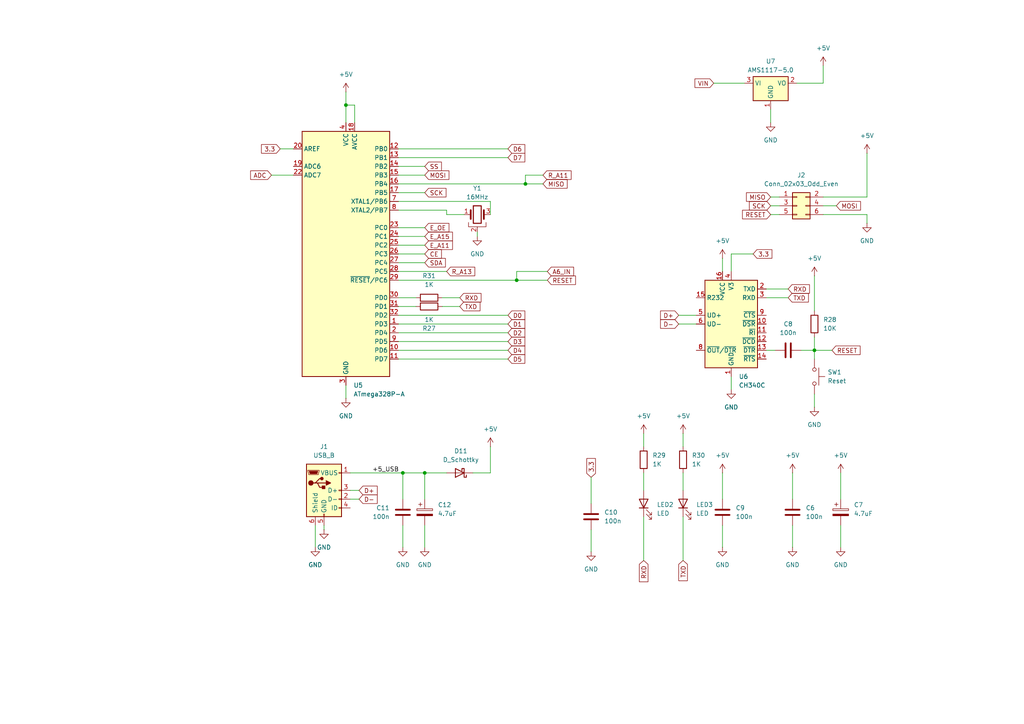
<source format=kicad_sch>
(kicad_sch
	(version 20231120)
	(generator "eeschema")
	(generator_version "8.0")
	(uuid "64c19b6d-256b-4261-a007-52f936155e60")
	(paper "A4")
	(title_block
		(title "EPROM27 Arduino programmer")
		(date "2024-03-21")
		(rev "3.0")
		(company "kab01m@github")
	)
	(lib_symbols
		(symbol "Connector:USB_B_Micro"
			(pin_names
				(offset 1.016)
			)
			(exclude_from_sim no)
			(in_bom yes)
			(on_board yes)
			(property "Reference" "J"
				(at -5.08 11.43 0)
				(effects
					(font
						(size 1.27 1.27)
					)
					(justify left)
				)
			)
			(property "Value" "USB_B_Micro"
				(at -5.08 8.89 0)
				(effects
					(font
						(size 1.27 1.27)
					)
					(justify left)
				)
			)
			(property "Footprint" ""
				(at 3.81 -1.27 0)
				(effects
					(font
						(size 1.27 1.27)
					)
					(hide yes)
				)
			)
			(property "Datasheet" "~"
				(at 3.81 -1.27 0)
				(effects
					(font
						(size 1.27 1.27)
					)
					(hide yes)
				)
			)
			(property "Description" "USB Micro Type B connector"
				(at 0 0 0)
				(effects
					(font
						(size 1.27 1.27)
					)
					(hide yes)
				)
			)
			(property "ki_keywords" "connector USB micro"
				(at 0 0 0)
				(effects
					(font
						(size 1.27 1.27)
					)
					(hide yes)
				)
			)
			(property "ki_fp_filters" "USB*"
				(at 0 0 0)
				(effects
					(font
						(size 1.27 1.27)
					)
					(hide yes)
				)
			)
			(symbol "USB_B_Micro_0_1"
				(rectangle
					(start -5.08 -7.62)
					(end 5.08 7.62)
					(stroke
						(width 0.254)
						(type default)
					)
					(fill
						(type background)
					)
				)
				(circle
					(center -3.81 2.159)
					(radius 0.635)
					(stroke
						(width 0.254)
						(type default)
					)
					(fill
						(type outline)
					)
				)
				(circle
					(center -0.635 3.429)
					(radius 0.381)
					(stroke
						(width 0.254)
						(type default)
					)
					(fill
						(type outline)
					)
				)
				(rectangle
					(start -0.127 -7.62)
					(end 0.127 -6.858)
					(stroke
						(width 0)
						(type default)
					)
					(fill
						(type none)
					)
				)
				(polyline
					(pts
						(xy -1.905 2.159) (xy 0.635 2.159)
					)
					(stroke
						(width 0.254)
						(type default)
					)
					(fill
						(type none)
					)
				)
				(polyline
					(pts
						(xy -3.175 2.159) (xy -2.54 2.159) (xy -1.27 3.429) (xy -0.635 3.429)
					)
					(stroke
						(width 0.254)
						(type default)
					)
					(fill
						(type none)
					)
				)
				(polyline
					(pts
						(xy -2.54 2.159) (xy -1.905 2.159) (xy -1.27 0.889) (xy 0 0.889)
					)
					(stroke
						(width 0.254)
						(type default)
					)
					(fill
						(type none)
					)
				)
				(polyline
					(pts
						(xy 0.635 2.794) (xy 0.635 1.524) (xy 1.905 2.159) (xy 0.635 2.794)
					)
					(stroke
						(width 0.254)
						(type default)
					)
					(fill
						(type outline)
					)
				)
				(polyline
					(pts
						(xy -4.318 5.588) (xy -1.778 5.588) (xy -2.032 4.826) (xy -4.064 4.826) (xy -4.318 5.588)
					)
					(stroke
						(width 0)
						(type default)
					)
					(fill
						(type outline)
					)
				)
				(polyline
					(pts
						(xy -4.699 5.842) (xy -4.699 5.588) (xy -4.445 4.826) (xy -4.445 4.572) (xy -1.651 4.572) (xy -1.651 4.826)
						(xy -1.397 5.588) (xy -1.397 5.842) (xy -4.699 5.842)
					)
					(stroke
						(width 0)
						(type default)
					)
					(fill
						(type none)
					)
				)
				(rectangle
					(start 0.254 1.27)
					(end -0.508 0.508)
					(stroke
						(width 0.254)
						(type default)
					)
					(fill
						(type outline)
					)
				)
				(rectangle
					(start 5.08 -5.207)
					(end 4.318 -4.953)
					(stroke
						(width 0)
						(type default)
					)
					(fill
						(type none)
					)
				)
				(rectangle
					(start 5.08 -2.667)
					(end 4.318 -2.413)
					(stroke
						(width 0)
						(type default)
					)
					(fill
						(type none)
					)
				)
				(rectangle
					(start 5.08 -0.127)
					(end 4.318 0.127)
					(stroke
						(width 0)
						(type default)
					)
					(fill
						(type none)
					)
				)
				(rectangle
					(start 5.08 4.953)
					(end 4.318 5.207)
					(stroke
						(width 0)
						(type default)
					)
					(fill
						(type none)
					)
				)
			)
			(symbol "USB_B_Micro_1_1"
				(pin power_out line
					(at 7.62 5.08 180)
					(length 2.54)
					(name "VBUS"
						(effects
							(font
								(size 1.27 1.27)
							)
						)
					)
					(number "1"
						(effects
							(font
								(size 1.27 1.27)
							)
						)
					)
				)
				(pin bidirectional line
					(at 7.62 -2.54 180)
					(length 2.54)
					(name "D-"
						(effects
							(font
								(size 1.27 1.27)
							)
						)
					)
					(number "2"
						(effects
							(font
								(size 1.27 1.27)
							)
						)
					)
				)
				(pin bidirectional line
					(at 7.62 0 180)
					(length 2.54)
					(name "D+"
						(effects
							(font
								(size 1.27 1.27)
							)
						)
					)
					(number "3"
						(effects
							(font
								(size 1.27 1.27)
							)
						)
					)
				)
				(pin passive line
					(at 7.62 -5.08 180)
					(length 2.54)
					(name "ID"
						(effects
							(font
								(size 1.27 1.27)
							)
						)
					)
					(number "4"
						(effects
							(font
								(size 1.27 1.27)
							)
						)
					)
				)
				(pin power_out line
					(at 0 -10.16 90)
					(length 2.54)
					(name "GND"
						(effects
							(font
								(size 1.27 1.27)
							)
						)
					)
					(number "5"
						(effects
							(font
								(size 1.27 1.27)
							)
						)
					)
				)
				(pin passive line
					(at -2.54 -10.16 90)
					(length 2.54)
					(name "Shield"
						(effects
							(font
								(size 1.27 1.27)
							)
						)
					)
					(number "6"
						(effects
							(font
								(size 1.27 1.27)
							)
						)
					)
				)
			)
		)
		(symbol "Connector_Generic:Conn_02x03_Odd_Even"
			(pin_names
				(offset 1.016) hide)
			(exclude_from_sim no)
			(in_bom yes)
			(on_board yes)
			(property "Reference" "J"
				(at 1.27 5.08 0)
				(effects
					(font
						(size 1.27 1.27)
					)
				)
			)
			(property "Value" "Conn_02x03_Odd_Even"
				(at 1.27 -5.08 0)
				(effects
					(font
						(size 1.27 1.27)
					)
				)
			)
			(property "Footprint" ""
				(at 0 0 0)
				(effects
					(font
						(size 1.27 1.27)
					)
					(hide yes)
				)
			)
			(property "Datasheet" "~"
				(at 0 0 0)
				(effects
					(font
						(size 1.27 1.27)
					)
					(hide yes)
				)
			)
			(property "Description" "Generic connector, double row, 02x03, odd/even pin numbering scheme (row 1 odd numbers, row 2 even numbers), script generated (kicad-library-utils/schlib/autogen/connector/)"
				(at 0 0 0)
				(effects
					(font
						(size 1.27 1.27)
					)
					(hide yes)
				)
			)
			(property "ki_keywords" "connector"
				(at 0 0 0)
				(effects
					(font
						(size 1.27 1.27)
					)
					(hide yes)
				)
			)
			(property "ki_fp_filters" "Connector*:*_2x??_*"
				(at 0 0 0)
				(effects
					(font
						(size 1.27 1.27)
					)
					(hide yes)
				)
			)
			(symbol "Conn_02x03_Odd_Even_1_1"
				(rectangle
					(start -1.27 -2.413)
					(end 0 -2.667)
					(stroke
						(width 0.1524)
						(type default)
					)
					(fill
						(type none)
					)
				)
				(rectangle
					(start -1.27 0.127)
					(end 0 -0.127)
					(stroke
						(width 0.1524)
						(type default)
					)
					(fill
						(type none)
					)
				)
				(rectangle
					(start -1.27 2.667)
					(end 0 2.413)
					(stroke
						(width 0.1524)
						(type default)
					)
					(fill
						(type none)
					)
				)
				(rectangle
					(start -1.27 3.81)
					(end 3.81 -3.81)
					(stroke
						(width 0.254)
						(type default)
					)
					(fill
						(type background)
					)
				)
				(rectangle
					(start 3.81 -2.413)
					(end 2.54 -2.667)
					(stroke
						(width 0.1524)
						(type default)
					)
					(fill
						(type none)
					)
				)
				(rectangle
					(start 3.81 0.127)
					(end 2.54 -0.127)
					(stroke
						(width 0.1524)
						(type default)
					)
					(fill
						(type none)
					)
				)
				(rectangle
					(start 3.81 2.667)
					(end 2.54 2.413)
					(stroke
						(width 0.1524)
						(type default)
					)
					(fill
						(type none)
					)
				)
				(pin passive line
					(at -5.08 2.54 0)
					(length 3.81)
					(name "Pin_1"
						(effects
							(font
								(size 1.27 1.27)
							)
						)
					)
					(number "1"
						(effects
							(font
								(size 1.27 1.27)
							)
						)
					)
				)
				(pin passive line
					(at 7.62 2.54 180)
					(length 3.81)
					(name "Pin_2"
						(effects
							(font
								(size 1.27 1.27)
							)
						)
					)
					(number "2"
						(effects
							(font
								(size 1.27 1.27)
							)
						)
					)
				)
				(pin passive line
					(at -5.08 0 0)
					(length 3.81)
					(name "Pin_3"
						(effects
							(font
								(size 1.27 1.27)
							)
						)
					)
					(number "3"
						(effects
							(font
								(size 1.27 1.27)
							)
						)
					)
				)
				(pin passive line
					(at 7.62 0 180)
					(length 3.81)
					(name "Pin_4"
						(effects
							(font
								(size 1.27 1.27)
							)
						)
					)
					(number "4"
						(effects
							(font
								(size 1.27 1.27)
							)
						)
					)
				)
				(pin passive line
					(at -5.08 -2.54 0)
					(length 3.81)
					(name "Pin_5"
						(effects
							(font
								(size 1.27 1.27)
							)
						)
					)
					(number "5"
						(effects
							(font
								(size 1.27 1.27)
							)
						)
					)
				)
				(pin passive line
					(at 7.62 -2.54 180)
					(length 3.81)
					(name "Pin_6"
						(effects
							(font
								(size 1.27 1.27)
							)
						)
					)
					(number "6"
						(effects
							(font
								(size 1.27 1.27)
							)
						)
					)
				)
			)
		)
		(symbol "Device:C"
			(pin_numbers hide)
			(pin_names
				(offset 0.254)
			)
			(exclude_from_sim no)
			(in_bom yes)
			(on_board yes)
			(property "Reference" "C"
				(at 0.635 2.54 0)
				(effects
					(font
						(size 1.27 1.27)
					)
					(justify left)
				)
			)
			(property "Value" "C"
				(at 0.635 -2.54 0)
				(effects
					(font
						(size 1.27 1.27)
					)
					(justify left)
				)
			)
			(property "Footprint" ""
				(at 0.9652 -3.81 0)
				(effects
					(font
						(size 1.27 1.27)
					)
					(hide yes)
				)
			)
			(property "Datasheet" "~"
				(at 0 0 0)
				(effects
					(font
						(size 1.27 1.27)
					)
					(hide yes)
				)
			)
			(property "Description" "Unpolarized capacitor"
				(at 0 0 0)
				(effects
					(font
						(size 1.27 1.27)
					)
					(hide yes)
				)
			)
			(property "ki_keywords" "cap capacitor"
				(at 0 0 0)
				(effects
					(font
						(size 1.27 1.27)
					)
					(hide yes)
				)
			)
			(property "ki_fp_filters" "C_*"
				(at 0 0 0)
				(effects
					(font
						(size 1.27 1.27)
					)
					(hide yes)
				)
			)
			(symbol "C_0_1"
				(polyline
					(pts
						(xy -2.032 -0.762) (xy 2.032 -0.762)
					)
					(stroke
						(width 0.508)
						(type default)
					)
					(fill
						(type none)
					)
				)
				(polyline
					(pts
						(xy -2.032 0.762) (xy 2.032 0.762)
					)
					(stroke
						(width 0.508)
						(type default)
					)
					(fill
						(type none)
					)
				)
			)
			(symbol "C_1_1"
				(pin passive line
					(at 0 3.81 270)
					(length 2.794)
					(name "~"
						(effects
							(font
								(size 1.27 1.27)
							)
						)
					)
					(number "1"
						(effects
							(font
								(size 1.27 1.27)
							)
						)
					)
				)
				(pin passive line
					(at 0 -3.81 90)
					(length 2.794)
					(name "~"
						(effects
							(font
								(size 1.27 1.27)
							)
						)
					)
					(number "2"
						(effects
							(font
								(size 1.27 1.27)
							)
						)
					)
				)
			)
		)
		(symbol "Device:C_Polarized"
			(pin_numbers hide)
			(pin_names
				(offset 0.254)
			)
			(exclude_from_sim no)
			(in_bom yes)
			(on_board yes)
			(property "Reference" "C"
				(at 0.635 2.54 0)
				(effects
					(font
						(size 1.27 1.27)
					)
					(justify left)
				)
			)
			(property "Value" "C_Polarized"
				(at 0.635 -2.54 0)
				(effects
					(font
						(size 1.27 1.27)
					)
					(justify left)
				)
			)
			(property "Footprint" ""
				(at 0.9652 -3.81 0)
				(effects
					(font
						(size 1.27 1.27)
					)
					(hide yes)
				)
			)
			(property "Datasheet" "~"
				(at 0 0 0)
				(effects
					(font
						(size 1.27 1.27)
					)
					(hide yes)
				)
			)
			(property "Description" "Polarized capacitor"
				(at 0 0 0)
				(effects
					(font
						(size 1.27 1.27)
					)
					(hide yes)
				)
			)
			(property "ki_keywords" "cap capacitor"
				(at 0 0 0)
				(effects
					(font
						(size 1.27 1.27)
					)
					(hide yes)
				)
			)
			(property "ki_fp_filters" "CP_*"
				(at 0 0 0)
				(effects
					(font
						(size 1.27 1.27)
					)
					(hide yes)
				)
			)
			(symbol "C_Polarized_0_1"
				(rectangle
					(start -2.286 0.508)
					(end 2.286 1.016)
					(stroke
						(width 0)
						(type default)
					)
					(fill
						(type none)
					)
				)
				(polyline
					(pts
						(xy -1.778 2.286) (xy -0.762 2.286)
					)
					(stroke
						(width 0)
						(type default)
					)
					(fill
						(type none)
					)
				)
				(polyline
					(pts
						(xy -1.27 2.794) (xy -1.27 1.778)
					)
					(stroke
						(width 0)
						(type default)
					)
					(fill
						(type none)
					)
				)
				(rectangle
					(start 2.286 -0.508)
					(end -2.286 -1.016)
					(stroke
						(width 0)
						(type default)
					)
					(fill
						(type outline)
					)
				)
			)
			(symbol "C_Polarized_1_1"
				(pin passive line
					(at 0 3.81 270)
					(length 2.794)
					(name "~"
						(effects
							(font
								(size 1.27 1.27)
							)
						)
					)
					(number "1"
						(effects
							(font
								(size 1.27 1.27)
							)
						)
					)
				)
				(pin passive line
					(at 0 -3.81 90)
					(length 2.794)
					(name "~"
						(effects
							(font
								(size 1.27 1.27)
							)
						)
					)
					(number "2"
						(effects
							(font
								(size 1.27 1.27)
							)
						)
					)
				)
			)
		)
		(symbol "Device:Crystal_GND2"
			(pin_names
				(offset 1.016) hide)
			(exclude_from_sim no)
			(in_bom yes)
			(on_board yes)
			(property "Reference" "Y"
				(at 0 5.715 0)
				(effects
					(font
						(size 1.27 1.27)
					)
				)
			)
			(property "Value" "Crystal_GND2"
				(at 0 3.81 0)
				(effects
					(font
						(size 1.27 1.27)
					)
				)
			)
			(property "Footprint" ""
				(at 0 0 0)
				(effects
					(font
						(size 1.27 1.27)
					)
					(hide yes)
				)
			)
			(property "Datasheet" "~"
				(at 0 0 0)
				(effects
					(font
						(size 1.27 1.27)
					)
					(hide yes)
				)
			)
			(property "Description" "Three pin crystal, GND on pin 2"
				(at 0 0 0)
				(effects
					(font
						(size 1.27 1.27)
					)
					(hide yes)
				)
			)
			(property "ki_keywords" "quartz ceramic resonator oscillator"
				(at 0 0 0)
				(effects
					(font
						(size 1.27 1.27)
					)
					(hide yes)
				)
			)
			(property "ki_fp_filters" "Crystal*"
				(at 0 0 0)
				(effects
					(font
						(size 1.27 1.27)
					)
					(hide yes)
				)
			)
			(symbol "Crystal_GND2_0_1"
				(rectangle
					(start -1.143 2.54)
					(end 1.143 -2.54)
					(stroke
						(width 0.3048)
						(type default)
					)
					(fill
						(type none)
					)
				)
				(polyline
					(pts
						(xy -2.54 0) (xy -1.905 0)
					)
					(stroke
						(width 0)
						(type default)
					)
					(fill
						(type none)
					)
				)
				(polyline
					(pts
						(xy -1.905 -1.27) (xy -1.905 1.27)
					)
					(stroke
						(width 0.508)
						(type default)
					)
					(fill
						(type none)
					)
				)
				(polyline
					(pts
						(xy 0 -3.81) (xy 0 -3.556)
					)
					(stroke
						(width 0)
						(type default)
					)
					(fill
						(type none)
					)
				)
				(polyline
					(pts
						(xy 1.905 0) (xy 2.54 0)
					)
					(stroke
						(width 0)
						(type default)
					)
					(fill
						(type none)
					)
				)
				(polyline
					(pts
						(xy 1.905 1.27) (xy 1.905 -1.27)
					)
					(stroke
						(width 0.508)
						(type default)
					)
					(fill
						(type none)
					)
				)
				(polyline
					(pts
						(xy -2.54 -2.286) (xy -2.54 -3.556) (xy 2.54 -3.556) (xy 2.54 -2.286)
					)
					(stroke
						(width 0)
						(type default)
					)
					(fill
						(type none)
					)
				)
			)
			(symbol "Crystal_GND2_1_1"
				(pin passive line
					(at -3.81 0 0)
					(length 1.27)
					(name "1"
						(effects
							(font
								(size 1.27 1.27)
							)
						)
					)
					(number "1"
						(effects
							(font
								(size 1.27 1.27)
							)
						)
					)
				)
				(pin passive line
					(at 0 -5.08 90)
					(length 1.27)
					(name "2"
						(effects
							(font
								(size 1.27 1.27)
							)
						)
					)
					(number "2"
						(effects
							(font
								(size 1.27 1.27)
							)
						)
					)
				)
				(pin passive line
					(at 3.81 0 180)
					(length 1.27)
					(name "3"
						(effects
							(font
								(size 1.27 1.27)
							)
						)
					)
					(number "3"
						(effects
							(font
								(size 1.27 1.27)
							)
						)
					)
				)
			)
		)
		(symbol "Device:D_Schottky"
			(pin_numbers hide)
			(pin_names
				(offset 1.016) hide)
			(exclude_from_sim no)
			(in_bom yes)
			(on_board yes)
			(property "Reference" "D"
				(at 0 2.54 0)
				(effects
					(font
						(size 1.27 1.27)
					)
				)
			)
			(property "Value" "D_Schottky"
				(at 0 -2.54 0)
				(effects
					(font
						(size 1.27 1.27)
					)
				)
			)
			(property "Footprint" ""
				(at 0 0 0)
				(effects
					(font
						(size 1.27 1.27)
					)
					(hide yes)
				)
			)
			(property "Datasheet" "~"
				(at 0 0 0)
				(effects
					(font
						(size 1.27 1.27)
					)
					(hide yes)
				)
			)
			(property "Description" "Schottky diode"
				(at 0 0 0)
				(effects
					(font
						(size 1.27 1.27)
					)
					(hide yes)
				)
			)
			(property "ki_keywords" "diode Schottky"
				(at 0 0 0)
				(effects
					(font
						(size 1.27 1.27)
					)
					(hide yes)
				)
			)
			(property "ki_fp_filters" "TO-???* *_Diode_* *SingleDiode* D_*"
				(at 0 0 0)
				(effects
					(font
						(size 1.27 1.27)
					)
					(hide yes)
				)
			)
			(symbol "D_Schottky_0_1"
				(polyline
					(pts
						(xy 1.27 0) (xy -1.27 0)
					)
					(stroke
						(width 0)
						(type default)
					)
					(fill
						(type none)
					)
				)
				(polyline
					(pts
						(xy 1.27 1.27) (xy 1.27 -1.27) (xy -1.27 0) (xy 1.27 1.27)
					)
					(stroke
						(width 0.254)
						(type default)
					)
					(fill
						(type none)
					)
				)
				(polyline
					(pts
						(xy -1.905 0.635) (xy -1.905 1.27) (xy -1.27 1.27) (xy -1.27 -1.27) (xy -0.635 -1.27) (xy -0.635 -0.635)
					)
					(stroke
						(width 0.254)
						(type default)
					)
					(fill
						(type none)
					)
				)
			)
			(symbol "D_Schottky_1_1"
				(pin passive line
					(at -3.81 0 0)
					(length 2.54)
					(name "K"
						(effects
							(font
								(size 1.27 1.27)
							)
						)
					)
					(number "1"
						(effects
							(font
								(size 1.27 1.27)
							)
						)
					)
				)
				(pin passive line
					(at 3.81 0 180)
					(length 2.54)
					(name "A"
						(effects
							(font
								(size 1.27 1.27)
							)
						)
					)
					(number "2"
						(effects
							(font
								(size 1.27 1.27)
							)
						)
					)
				)
			)
		)
		(symbol "Device:LED"
			(pin_numbers hide)
			(pin_names
				(offset 1.016) hide)
			(exclude_from_sim no)
			(in_bom yes)
			(on_board yes)
			(property "Reference" "D"
				(at 0 2.54 0)
				(effects
					(font
						(size 1.27 1.27)
					)
				)
			)
			(property "Value" "LED"
				(at 0 -2.54 0)
				(effects
					(font
						(size 1.27 1.27)
					)
				)
			)
			(property "Footprint" ""
				(at 0 0 0)
				(effects
					(font
						(size 1.27 1.27)
					)
					(hide yes)
				)
			)
			(property "Datasheet" "~"
				(at 0 0 0)
				(effects
					(font
						(size 1.27 1.27)
					)
					(hide yes)
				)
			)
			(property "Description" "Light emitting diode"
				(at 0 0 0)
				(effects
					(font
						(size 1.27 1.27)
					)
					(hide yes)
				)
			)
			(property "ki_keywords" "LED diode"
				(at 0 0 0)
				(effects
					(font
						(size 1.27 1.27)
					)
					(hide yes)
				)
			)
			(property "ki_fp_filters" "LED* LED_SMD:* LED_THT:*"
				(at 0 0 0)
				(effects
					(font
						(size 1.27 1.27)
					)
					(hide yes)
				)
			)
			(symbol "LED_0_1"
				(polyline
					(pts
						(xy -1.27 -1.27) (xy -1.27 1.27)
					)
					(stroke
						(width 0.254)
						(type default)
					)
					(fill
						(type none)
					)
				)
				(polyline
					(pts
						(xy -1.27 0) (xy 1.27 0)
					)
					(stroke
						(width 0)
						(type default)
					)
					(fill
						(type none)
					)
				)
				(polyline
					(pts
						(xy 1.27 -1.27) (xy 1.27 1.27) (xy -1.27 0) (xy 1.27 -1.27)
					)
					(stroke
						(width 0.254)
						(type default)
					)
					(fill
						(type none)
					)
				)
				(polyline
					(pts
						(xy -3.048 -0.762) (xy -4.572 -2.286) (xy -3.81 -2.286) (xy -4.572 -2.286) (xy -4.572 -1.524)
					)
					(stroke
						(width 0)
						(type default)
					)
					(fill
						(type none)
					)
				)
				(polyline
					(pts
						(xy -1.778 -0.762) (xy -3.302 -2.286) (xy -2.54 -2.286) (xy -3.302 -2.286) (xy -3.302 -1.524)
					)
					(stroke
						(width 0)
						(type default)
					)
					(fill
						(type none)
					)
				)
			)
			(symbol "LED_1_1"
				(pin passive line
					(at -3.81 0 0)
					(length 2.54)
					(name "K"
						(effects
							(font
								(size 1.27 1.27)
							)
						)
					)
					(number "1"
						(effects
							(font
								(size 1.27 1.27)
							)
						)
					)
				)
				(pin passive line
					(at 3.81 0 180)
					(length 2.54)
					(name "A"
						(effects
							(font
								(size 1.27 1.27)
							)
						)
					)
					(number "2"
						(effects
							(font
								(size 1.27 1.27)
							)
						)
					)
				)
			)
		)
		(symbol "Device:R"
			(pin_numbers hide)
			(pin_names
				(offset 0)
			)
			(exclude_from_sim no)
			(in_bom yes)
			(on_board yes)
			(property "Reference" "R"
				(at 2.032 0 90)
				(effects
					(font
						(size 1.27 1.27)
					)
				)
			)
			(property "Value" "R"
				(at 0 0 90)
				(effects
					(font
						(size 1.27 1.27)
					)
				)
			)
			(property "Footprint" ""
				(at -1.778 0 90)
				(effects
					(font
						(size 1.27 1.27)
					)
					(hide yes)
				)
			)
			(property "Datasheet" "~"
				(at 0 0 0)
				(effects
					(font
						(size 1.27 1.27)
					)
					(hide yes)
				)
			)
			(property "Description" "Resistor"
				(at 0 0 0)
				(effects
					(font
						(size 1.27 1.27)
					)
					(hide yes)
				)
			)
			(property "ki_keywords" "R res resistor"
				(at 0 0 0)
				(effects
					(font
						(size 1.27 1.27)
					)
					(hide yes)
				)
			)
			(property "ki_fp_filters" "R_*"
				(at 0 0 0)
				(effects
					(font
						(size 1.27 1.27)
					)
					(hide yes)
				)
			)
			(symbol "R_0_1"
				(rectangle
					(start -1.016 -2.54)
					(end 1.016 2.54)
					(stroke
						(width 0.254)
						(type default)
					)
					(fill
						(type none)
					)
				)
			)
			(symbol "R_1_1"
				(pin passive line
					(at 0 3.81 270)
					(length 1.27)
					(name "~"
						(effects
							(font
								(size 1.27 1.27)
							)
						)
					)
					(number "1"
						(effects
							(font
								(size 1.27 1.27)
							)
						)
					)
				)
				(pin passive line
					(at 0 -3.81 90)
					(length 1.27)
					(name "~"
						(effects
							(font
								(size 1.27 1.27)
							)
						)
					)
					(number "2"
						(effects
							(font
								(size 1.27 1.27)
							)
						)
					)
				)
			)
		)
		(symbol "Interface_USB:CH340C"
			(exclude_from_sim no)
			(in_bom yes)
			(on_board yes)
			(property "Reference" "U"
				(at -5.08 13.97 0)
				(effects
					(font
						(size 1.27 1.27)
					)
					(justify right)
				)
			)
			(property "Value" "CH340C"
				(at 1.27 13.97 0)
				(effects
					(font
						(size 1.27 1.27)
					)
					(justify left)
				)
			)
			(property "Footprint" "Package_SO:SOIC-16_3.9x9.9mm_P1.27mm"
				(at 1.27 -13.97 0)
				(effects
					(font
						(size 1.27 1.27)
					)
					(justify left)
					(hide yes)
				)
			)
			(property "Datasheet" "https://datasheet.lcsc.com/szlcsc/Jiangsu-Qin-Heng-CH340C_C84681.pdf"
				(at -8.89 20.32 0)
				(effects
					(font
						(size 1.27 1.27)
					)
					(hide yes)
				)
			)
			(property "Description" "USB serial converter, UART, SOIC-16"
				(at 0 0 0)
				(effects
					(font
						(size 1.27 1.27)
					)
					(hide yes)
				)
			)
			(property "ki_keywords" "USB UART Serial Converter Interface"
				(at 0 0 0)
				(effects
					(font
						(size 1.27 1.27)
					)
					(hide yes)
				)
			)
			(property "ki_fp_filters" "SOIC*3.9x9.9mm*P1.27mm*"
				(at 0 0 0)
				(effects
					(font
						(size 1.27 1.27)
					)
					(hide yes)
				)
			)
			(symbol "CH340C_0_1"
				(rectangle
					(start -7.62 12.7)
					(end 7.62 -12.7)
					(stroke
						(width 0.254)
						(type default)
					)
					(fill
						(type background)
					)
				)
			)
			(symbol "CH340C_1_1"
				(pin power_in line
					(at 0 -15.24 90)
					(length 2.54)
					(name "GND"
						(effects
							(font
								(size 1.27 1.27)
							)
						)
					)
					(number "1"
						(effects
							(font
								(size 1.27 1.27)
							)
						)
					)
				)
				(pin input line
					(at 10.16 0 180)
					(length 2.54)
					(name "~{DSR}"
						(effects
							(font
								(size 1.27 1.27)
							)
						)
					)
					(number "10"
						(effects
							(font
								(size 1.27 1.27)
							)
						)
					)
				)
				(pin input line
					(at 10.16 -2.54 180)
					(length 2.54)
					(name "~{RI}"
						(effects
							(font
								(size 1.27 1.27)
							)
						)
					)
					(number "11"
						(effects
							(font
								(size 1.27 1.27)
							)
						)
					)
				)
				(pin input line
					(at 10.16 -5.08 180)
					(length 2.54)
					(name "~{DCD}"
						(effects
							(font
								(size 1.27 1.27)
							)
						)
					)
					(number "12"
						(effects
							(font
								(size 1.27 1.27)
							)
						)
					)
				)
				(pin output line
					(at 10.16 -7.62 180)
					(length 2.54)
					(name "~{DTR}"
						(effects
							(font
								(size 1.27 1.27)
							)
						)
					)
					(number "13"
						(effects
							(font
								(size 1.27 1.27)
							)
						)
					)
				)
				(pin output line
					(at 10.16 -10.16 180)
					(length 2.54)
					(name "~{RTS}"
						(effects
							(font
								(size 1.27 1.27)
							)
						)
					)
					(number "14"
						(effects
							(font
								(size 1.27 1.27)
							)
						)
					)
				)
				(pin input line
					(at -10.16 7.62 0)
					(length 2.54)
					(name "R232"
						(effects
							(font
								(size 1.27 1.27)
							)
						)
					)
					(number "15"
						(effects
							(font
								(size 1.27 1.27)
							)
						)
					)
				)
				(pin power_in line
					(at -2.54 15.24 270)
					(length 2.54)
					(name "VCC"
						(effects
							(font
								(size 1.27 1.27)
							)
						)
					)
					(number "16"
						(effects
							(font
								(size 1.27 1.27)
							)
						)
					)
				)
				(pin output line
					(at 10.16 10.16 180)
					(length 2.54)
					(name "TXD"
						(effects
							(font
								(size 1.27 1.27)
							)
						)
					)
					(number "2"
						(effects
							(font
								(size 1.27 1.27)
							)
						)
					)
				)
				(pin input line
					(at 10.16 7.62 180)
					(length 2.54)
					(name "RXD"
						(effects
							(font
								(size 1.27 1.27)
							)
						)
					)
					(number "3"
						(effects
							(font
								(size 1.27 1.27)
							)
						)
					)
				)
				(pin power_out line
					(at 0 15.24 270)
					(length 2.54)
					(name "V3"
						(effects
							(font
								(size 1.27 1.27)
							)
						)
					)
					(number "4"
						(effects
							(font
								(size 1.27 1.27)
							)
						)
					)
				)
				(pin bidirectional line
					(at -10.16 2.54 0)
					(length 2.54)
					(name "UD+"
						(effects
							(font
								(size 1.27 1.27)
							)
						)
					)
					(number "5"
						(effects
							(font
								(size 1.27 1.27)
							)
						)
					)
				)
				(pin bidirectional line
					(at -10.16 0 0)
					(length 2.54)
					(name "UD-"
						(effects
							(font
								(size 1.27 1.27)
							)
						)
					)
					(number "6"
						(effects
							(font
								(size 1.27 1.27)
							)
						)
					)
				)
				(pin no_connect line
					(at -7.62 -5.08 0)
					(length 2.54) hide
					(name "NC"
						(effects
							(font
								(size 1.27 1.27)
							)
						)
					)
					(number "7"
						(effects
							(font
								(size 1.27 1.27)
							)
						)
					)
				)
				(pin output line
					(at -10.16 -7.62 0)
					(length 2.54)
					(name "~{OUT}/~{DTR}"
						(effects
							(font
								(size 1.27 1.27)
							)
						)
					)
					(number "8"
						(effects
							(font
								(size 1.27 1.27)
							)
						)
					)
				)
				(pin input line
					(at 10.16 2.54 180)
					(length 2.54)
					(name "~{CTS}"
						(effects
							(font
								(size 1.27 1.27)
							)
						)
					)
					(number "9"
						(effects
							(font
								(size 1.27 1.27)
							)
						)
					)
				)
			)
		)
		(symbol "MCU_Microchip_ATmega:ATmega328P-A"
			(exclude_from_sim no)
			(in_bom yes)
			(on_board yes)
			(property "Reference" "U"
				(at -12.7 36.83 0)
				(effects
					(font
						(size 1.27 1.27)
					)
					(justify left bottom)
				)
			)
			(property "Value" "ATmega328P-A"
				(at 2.54 -36.83 0)
				(effects
					(font
						(size 1.27 1.27)
					)
					(justify left top)
				)
			)
			(property "Footprint" "Package_QFP:TQFP-32_7x7mm_P0.8mm"
				(at 0 0 0)
				(effects
					(font
						(size 1.27 1.27)
						(italic yes)
					)
					(hide yes)
				)
			)
			(property "Datasheet" "http://ww1.microchip.com/downloads/en/DeviceDoc/ATmega328_P%20AVR%20MCU%20with%20picoPower%20Technology%20Data%20Sheet%2040001984A.pdf"
				(at 0 0 0)
				(effects
					(font
						(size 1.27 1.27)
					)
					(hide yes)
				)
			)
			(property "Description" "20MHz, 32kB Flash, 2kB SRAM, 1kB EEPROM, TQFP-32"
				(at 0 0 0)
				(effects
					(font
						(size 1.27 1.27)
					)
					(hide yes)
				)
			)
			(property "ki_keywords" "AVR 8bit Microcontroller MegaAVR PicoPower"
				(at 0 0 0)
				(effects
					(font
						(size 1.27 1.27)
					)
					(hide yes)
				)
			)
			(property "ki_fp_filters" "TQFP*7x7mm*P0.8mm*"
				(at 0 0 0)
				(effects
					(font
						(size 1.27 1.27)
					)
					(hide yes)
				)
			)
			(symbol "ATmega328P-A_0_1"
				(rectangle
					(start -12.7 -35.56)
					(end 12.7 35.56)
					(stroke
						(width 0.254)
						(type default)
					)
					(fill
						(type background)
					)
				)
			)
			(symbol "ATmega328P-A_1_1"
				(pin bidirectional line
					(at 15.24 -20.32 180)
					(length 2.54)
					(name "PD3"
						(effects
							(font
								(size 1.27 1.27)
							)
						)
					)
					(number "1"
						(effects
							(font
								(size 1.27 1.27)
							)
						)
					)
				)
				(pin bidirectional line
					(at 15.24 -27.94 180)
					(length 2.54)
					(name "PD6"
						(effects
							(font
								(size 1.27 1.27)
							)
						)
					)
					(number "10"
						(effects
							(font
								(size 1.27 1.27)
							)
						)
					)
				)
				(pin bidirectional line
					(at 15.24 -30.48 180)
					(length 2.54)
					(name "PD7"
						(effects
							(font
								(size 1.27 1.27)
							)
						)
					)
					(number "11"
						(effects
							(font
								(size 1.27 1.27)
							)
						)
					)
				)
				(pin bidirectional line
					(at 15.24 30.48 180)
					(length 2.54)
					(name "PB0"
						(effects
							(font
								(size 1.27 1.27)
							)
						)
					)
					(number "12"
						(effects
							(font
								(size 1.27 1.27)
							)
						)
					)
				)
				(pin bidirectional line
					(at 15.24 27.94 180)
					(length 2.54)
					(name "PB1"
						(effects
							(font
								(size 1.27 1.27)
							)
						)
					)
					(number "13"
						(effects
							(font
								(size 1.27 1.27)
							)
						)
					)
				)
				(pin bidirectional line
					(at 15.24 25.4 180)
					(length 2.54)
					(name "PB2"
						(effects
							(font
								(size 1.27 1.27)
							)
						)
					)
					(number "14"
						(effects
							(font
								(size 1.27 1.27)
							)
						)
					)
				)
				(pin bidirectional line
					(at 15.24 22.86 180)
					(length 2.54)
					(name "PB3"
						(effects
							(font
								(size 1.27 1.27)
							)
						)
					)
					(number "15"
						(effects
							(font
								(size 1.27 1.27)
							)
						)
					)
				)
				(pin bidirectional line
					(at 15.24 20.32 180)
					(length 2.54)
					(name "PB4"
						(effects
							(font
								(size 1.27 1.27)
							)
						)
					)
					(number "16"
						(effects
							(font
								(size 1.27 1.27)
							)
						)
					)
				)
				(pin bidirectional line
					(at 15.24 17.78 180)
					(length 2.54)
					(name "PB5"
						(effects
							(font
								(size 1.27 1.27)
							)
						)
					)
					(number "17"
						(effects
							(font
								(size 1.27 1.27)
							)
						)
					)
				)
				(pin power_in line
					(at 2.54 38.1 270)
					(length 2.54)
					(name "AVCC"
						(effects
							(font
								(size 1.27 1.27)
							)
						)
					)
					(number "18"
						(effects
							(font
								(size 1.27 1.27)
							)
						)
					)
				)
				(pin input line
					(at -15.24 25.4 0)
					(length 2.54)
					(name "ADC6"
						(effects
							(font
								(size 1.27 1.27)
							)
						)
					)
					(number "19"
						(effects
							(font
								(size 1.27 1.27)
							)
						)
					)
				)
				(pin bidirectional line
					(at 15.24 -22.86 180)
					(length 2.54)
					(name "PD4"
						(effects
							(font
								(size 1.27 1.27)
							)
						)
					)
					(number "2"
						(effects
							(font
								(size 1.27 1.27)
							)
						)
					)
				)
				(pin passive line
					(at -15.24 30.48 0)
					(length 2.54)
					(name "AREF"
						(effects
							(font
								(size 1.27 1.27)
							)
						)
					)
					(number "20"
						(effects
							(font
								(size 1.27 1.27)
							)
						)
					)
				)
				(pin passive line
					(at 0 -38.1 90)
					(length 2.54) hide
					(name "GND"
						(effects
							(font
								(size 1.27 1.27)
							)
						)
					)
					(number "21"
						(effects
							(font
								(size 1.27 1.27)
							)
						)
					)
				)
				(pin input line
					(at -15.24 22.86 0)
					(length 2.54)
					(name "ADC7"
						(effects
							(font
								(size 1.27 1.27)
							)
						)
					)
					(number "22"
						(effects
							(font
								(size 1.27 1.27)
							)
						)
					)
				)
				(pin bidirectional line
					(at 15.24 7.62 180)
					(length 2.54)
					(name "PC0"
						(effects
							(font
								(size 1.27 1.27)
							)
						)
					)
					(number "23"
						(effects
							(font
								(size 1.27 1.27)
							)
						)
					)
				)
				(pin bidirectional line
					(at 15.24 5.08 180)
					(length 2.54)
					(name "PC1"
						(effects
							(font
								(size 1.27 1.27)
							)
						)
					)
					(number "24"
						(effects
							(font
								(size 1.27 1.27)
							)
						)
					)
				)
				(pin bidirectional line
					(at 15.24 2.54 180)
					(length 2.54)
					(name "PC2"
						(effects
							(font
								(size 1.27 1.27)
							)
						)
					)
					(number "25"
						(effects
							(font
								(size 1.27 1.27)
							)
						)
					)
				)
				(pin bidirectional line
					(at 15.24 0 180)
					(length 2.54)
					(name "PC3"
						(effects
							(font
								(size 1.27 1.27)
							)
						)
					)
					(number "26"
						(effects
							(font
								(size 1.27 1.27)
							)
						)
					)
				)
				(pin bidirectional line
					(at 15.24 -2.54 180)
					(length 2.54)
					(name "PC4"
						(effects
							(font
								(size 1.27 1.27)
							)
						)
					)
					(number "27"
						(effects
							(font
								(size 1.27 1.27)
							)
						)
					)
				)
				(pin bidirectional line
					(at 15.24 -5.08 180)
					(length 2.54)
					(name "PC5"
						(effects
							(font
								(size 1.27 1.27)
							)
						)
					)
					(number "28"
						(effects
							(font
								(size 1.27 1.27)
							)
						)
					)
				)
				(pin bidirectional line
					(at 15.24 -7.62 180)
					(length 2.54)
					(name "~{RESET}/PC6"
						(effects
							(font
								(size 1.27 1.27)
							)
						)
					)
					(number "29"
						(effects
							(font
								(size 1.27 1.27)
							)
						)
					)
				)
				(pin power_in line
					(at 0 -38.1 90)
					(length 2.54)
					(name "GND"
						(effects
							(font
								(size 1.27 1.27)
							)
						)
					)
					(number "3"
						(effects
							(font
								(size 1.27 1.27)
							)
						)
					)
				)
				(pin bidirectional line
					(at 15.24 -12.7 180)
					(length 2.54)
					(name "PD0"
						(effects
							(font
								(size 1.27 1.27)
							)
						)
					)
					(number "30"
						(effects
							(font
								(size 1.27 1.27)
							)
						)
					)
				)
				(pin bidirectional line
					(at 15.24 -15.24 180)
					(length 2.54)
					(name "PD1"
						(effects
							(font
								(size 1.27 1.27)
							)
						)
					)
					(number "31"
						(effects
							(font
								(size 1.27 1.27)
							)
						)
					)
				)
				(pin bidirectional line
					(at 15.24 -17.78 180)
					(length 2.54)
					(name "PD2"
						(effects
							(font
								(size 1.27 1.27)
							)
						)
					)
					(number "32"
						(effects
							(font
								(size 1.27 1.27)
							)
						)
					)
				)
				(pin power_in line
					(at 0 38.1 270)
					(length 2.54)
					(name "VCC"
						(effects
							(font
								(size 1.27 1.27)
							)
						)
					)
					(number "4"
						(effects
							(font
								(size 1.27 1.27)
							)
						)
					)
				)
				(pin passive line
					(at 0 -38.1 90)
					(length 2.54) hide
					(name "GND"
						(effects
							(font
								(size 1.27 1.27)
							)
						)
					)
					(number "5"
						(effects
							(font
								(size 1.27 1.27)
							)
						)
					)
				)
				(pin passive line
					(at 0 38.1 270)
					(length 2.54) hide
					(name "VCC"
						(effects
							(font
								(size 1.27 1.27)
							)
						)
					)
					(number "6"
						(effects
							(font
								(size 1.27 1.27)
							)
						)
					)
				)
				(pin bidirectional line
					(at 15.24 15.24 180)
					(length 2.54)
					(name "XTAL1/PB6"
						(effects
							(font
								(size 1.27 1.27)
							)
						)
					)
					(number "7"
						(effects
							(font
								(size 1.27 1.27)
							)
						)
					)
				)
				(pin bidirectional line
					(at 15.24 12.7 180)
					(length 2.54)
					(name "XTAL2/PB7"
						(effects
							(font
								(size 1.27 1.27)
							)
						)
					)
					(number "8"
						(effects
							(font
								(size 1.27 1.27)
							)
						)
					)
				)
				(pin bidirectional line
					(at 15.24 -25.4 180)
					(length 2.54)
					(name "PD5"
						(effects
							(font
								(size 1.27 1.27)
							)
						)
					)
					(number "9"
						(effects
							(font
								(size 1.27 1.27)
							)
						)
					)
				)
			)
		)
		(symbol "Regulator_Linear:AMS1117-5.0"
			(exclude_from_sim no)
			(in_bom yes)
			(on_board yes)
			(property "Reference" "U"
				(at -3.81 3.175 0)
				(effects
					(font
						(size 1.27 1.27)
					)
				)
			)
			(property "Value" "AMS1117-5.0"
				(at 0 3.175 0)
				(effects
					(font
						(size 1.27 1.27)
					)
					(justify left)
				)
			)
			(property "Footprint" "Package_TO_SOT_SMD:SOT-223-3_TabPin2"
				(at 0 5.08 0)
				(effects
					(font
						(size 1.27 1.27)
					)
					(hide yes)
				)
			)
			(property "Datasheet" "http://www.advanced-monolithic.com/pdf/ds1117.pdf"
				(at 2.54 -6.35 0)
				(effects
					(font
						(size 1.27 1.27)
					)
					(hide yes)
				)
			)
			(property "Description" "1A Low Dropout regulator, positive, 5.0V fixed output, SOT-223"
				(at 0 0 0)
				(effects
					(font
						(size 1.27 1.27)
					)
					(hide yes)
				)
			)
			(property "ki_keywords" "linear regulator ldo fixed positive"
				(at 0 0 0)
				(effects
					(font
						(size 1.27 1.27)
					)
					(hide yes)
				)
			)
			(property "ki_fp_filters" "SOT?223*TabPin2*"
				(at 0 0 0)
				(effects
					(font
						(size 1.27 1.27)
					)
					(hide yes)
				)
			)
			(symbol "AMS1117-5.0_0_1"
				(rectangle
					(start -5.08 -5.08)
					(end 5.08 1.905)
					(stroke
						(width 0.254)
						(type default)
					)
					(fill
						(type background)
					)
				)
			)
			(symbol "AMS1117-5.0_1_1"
				(pin power_in line
					(at 0 -7.62 90)
					(length 2.54)
					(name "GND"
						(effects
							(font
								(size 1.27 1.27)
							)
						)
					)
					(number "1"
						(effects
							(font
								(size 1.27 1.27)
							)
						)
					)
				)
				(pin power_out line
					(at 7.62 0 180)
					(length 2.54)
					(name "VO"
						(effects
							(font
								(size 1.27 1.27)
							)
						)
					)
					(number "2"
						(effects
							(font
								(size 1.27 1.27)
							)
						)
					)
				)
				(pin power_in line
					(at -7.62 0 0)
					(length 2.54)
					(name "VI"
						(effects
							(font
								(size 1.27 1.27)
							)
						)
					)
					(number "3"
						(effects
							(font
								(size 1.27 1.27)
							)
						)
					)
				)
			)
		)
		(symbol "Switch:SW_Push"
			(pin_numbers hide)
			(pin_names
				(offset 1.016) hide)
			(exclude_from_sim no)
			(in_bom yes)
			(on_board yes)
			(property "Reference" "SW"
				(at 1.27 2.54 0)
				(effects
					(font
						(size 1.27 1.27)
					)
					(justify left)
				)
			)
			(property "Value" "SW_Push"
				(at 0 -1.524 0)
				(effects
					(font
						(size 1.27 1.27)
					)
				)
			)
			(property "Footprint" ""
				(at 0 5.08 0)
				(effects
					(font
						(size 1.27 1.27)
					)
					(hide yes)
				)
			)
			(property "Datasheet" "~"
				(at 0 5.08 0)
				(effects
					(font
						(size 1.27 1.27)
					)
					(hide yes)
				)
			)
			(property "Description" "Push button switch, generic, two pins"
				(at 0 0 0)
				(effects
					(font
						(size 1.27 1.27)
					)
					(hide yes)
				)
			)
			(property "ki_keywords" "switch normally-open pushbutton push-button"
				(at 0 0 0)
				(effects
					(font
						(size 1.27 1.27)
					)
					(hide yes)
				)
			)
			(symbol "SW_Push_0_1"
				(circle
					(center -2.032 0)
					(radius 0.508)
					(stroke
						(width 0)
						(type default)
					)
					(fill
						(type none)
					)
				)
				(polyline
					(pts
						(xy 0 1.27) (xy 0 3.048)
					)
					(stroke
						(width 0)
						(type default)
					)
					(fill
						(type none)
					)
				)
				(polyline
					(pts
						(xy 2.54 1.27) (xy -2.54 1.27)
					)
					(stroke
						(width 0)
						(type default)
					)
					(fill
						(type none)
					)
				)
				(circle
					(center 2.032 0)
					(radius 0.508)
					(stroke
						(width 0)
						(type default)
					)
					(fill
						(type none)
					)
				)
				(pin passive line
					(at -5.08 0 0)
					(length 2.54)
					(name "1"
						(effects
							(font
								(size 1.27 1.27)
							)
						)
					)
					(number "1"
						(effects
							(font
								(size 1.27 1.27)
							)
						)
					)
				)
				(pin passive line
					(at 5.08 0 180)
					(length 2.54)
					(name "2"
						(effects
							(font
								(size 1.27 1.27)
							)
						)
					)
					(number "2"
						(effects
							(font
								(size 1.27 1.27)
							)
						)
					)
				)
			)
		)
		(symbol "power:GND"
			(power)
			(pin_numbers hide)
			(pin_names
				(offset 0) hide)
			(exclude_from_sim no)
			(in_bom yes)
			(on_board yes)
			(property "Reference" "#PWR"
				(at 0 -6.35 0)
				(effects
					(font
						(size 1.27 1.27)
					)
					(hide yes)
				)
			)
			(property "Value" "GND"
				(at 0 -3.81 0)
				(effects
					(font
						(size 1.27 1.27)
					)
				)
			)
			(property "Footprint" ""
				(at 0 0 0)
				(effects
					(font
						(size 1.27 1.27)
					)
					(hide yes)
				)
			)
			(property "Datasheet" ""
				(at 0 0 0)
				(effects
					(font
						(size 1.27 1.27)
					)
					(hide yes)
				)
			)
			(property "Description" "Power symbol creates a global label with name \"GND\" , ground"
				(at 0 0 0)
				(effects
					(font
						(size 1.27 1.27)
					)
					(hide yes)
				)
			)
			(property "ki_keywords" "global power"
				(at 0 0 0)
				(effects
					(font
						(size 1.27 1.27)
					)
					(hide yes)
				)
			)
			(symbol "GND_0_1"
				(polyline
					(pts
						(xy 0 0) (xy 0 -1.27) (xy 1.27 -1.27) (xy 0 -2.54) (xy -1.27 -1.27) (xy 0 -1.27)
					)
					(stroke
						(width 0)
						(type default)
					)
					(fill
						(type none)
					)
				)
			)
			(symbol "GND_1_1"
				(pin power_in line
					(at 0 0 270)
					(length 0)
					(name "~"
						(effects
							(font
								(size 1.27 1.27)
							)
						)
					)
					(number "1"
						(effects
							(font
								(size 1.27 1.27)
							)
						)
					)
				)
			)
		)
		(symbol "power:VCC"
			(power)
			(pin_numbers hide)
			(pin_names
				(offset 0) hide)
			(exclude_from_sim no)
			(in_bom yes)
			(on_board yes)
			(property "Reference" "#PWR"
				(at 0 -3.81 0)
				(effects
					(font
						(size 1.27 1.27)
					)
					(hide yes)
				)
			)
			(property "Value" "VCC"
				(at 0 3.556 0)
				(effects
					(font
						(size 1.27 1.27)
					)
				)
			)
			(property "Footprint" ""
				(at 0 0 0)
				(effects
					(font
						(size 1.27 1.27)
					)
					(hide yes)
				)
			)
			(property "Datasheet" ""
				(at 0 0 0)
				(effects
					(font
						(size 1.27 1.27)
					)
					(hide yes)
				)
			)
			(property "Description" "Power symbol creates a global label with name \"VCC\""
				(at 0 0 0)
				(effects
					(font
						(size 1.27 1.27)
					)
					(hide yes)
				)
			)
			(property "ki_keywords" "global power"
				(at 0 0 0)
				(effects
					(font
						(size 1.27 1.27)
					)
					(hide yes)
				)
			)
			(symbol "VCC_0_1"
				(polyline
					(pts
						(xy -0.762 1.27) (xy 0 2.54)
					)
					(stroke
						(width 0)
						(type default)
					)
					(fill
						(type none)
					)
				)
				(polyline
					(pts
						(xy 0 0) (xy 0 2.54)
					)
					(stroke
						(width 0)
						(type default)
					)
					(fill
						(type none)
					)
				)
				(polyline
					(pts
						(xy 0 2.54) (xy 0.762 1.27)
					)
					(stroke
						(width 0)
						(type default)
					)
					(fill
						(type none)
					)
				)
			)
			(symbol "VCC_1_1"
				(pin power_in line
					(at 0 0 90)
					(length 0)
					(name "~"
						(effects
							(font
								(size 1.27 1.27)
							)
						)
					)
					(number "1"
						(effects
							(font
								(size 1.27 1.27)
							)
						)
					)
				)
			)
		)
	)
	(junction
		(at 152.4 53.34)
		(diameter 0)
		(color 0 0 0 0)
		(uuid "07ad7904-8485-45fa-b99a-6ef514980223")
	)
	(junction
		(at 116.84 137.16)
		(diameter 0)
		(color 0 0 0 0)
		(uuid "3b4dc1a3-d99c-4e3a-99e9-e928bbd615da")
	)
	(junction
		(at 149.86 81.28)
		(diameter 0)
		(color 0 0 0 0)
		(uuid "535e7624-648c-4380-8628-18ac5b530864")
	)
	(junction
		(at 123.19 137.16)
		(diameter 0)
		(color 0 0 0 0)
		(uuid "7c04ee3a-adea-4a73-a80f-6ac994f6a1bb")
	)
	(junction
		(at 236.22 101.6)
		(diameter 0)
		(color 0 0 0 0)
		(uuid "8ebf2820-6c27-4551-90f9-5277425e4645")
	)
	(junction
		(at 100.33 30.48)
		(diameter 0)
		(color 0 0 0 0)
		(uuid "a2271a82-7f91-4e62-94fd-02c4951b49c1")
	)
	(wire
		(pts
			(xy 115.57 45.72) (xy 147.32 45.72)
		)
		(stroke
			(width 0)
			(type default)
		)
		(uuid "00ce4bea-5baa-4979-8f31-b9a653260957")
	)
	(wire
		(pts
			(xy 152.4 50.8) (xy 152.4 53.34)
		)
		(stroke
			(width 0)
			(type default)
		)
		(uuid "019dcdbd-e5fb-408b-8659-4d0710f31278")
	)
	(wire
		(pts
			(xy 212.09 73.66) (xy 212.09 78.74)
		)
		(stroke
			(width 0)
			(type default)
		)
		(uuid "092ccf63-0889-46ed-a66d-becdf3ad5681")
	)
	(wire
		(pts
			(xy 198.12 137.16) (xy 198.12 142.24)
		)
		(stroke
			(width 0)
			(type default)
		)
		(uuid "0ac0c423-1494-45f7-8d82-8a62f30b2d49")
	)
	(wire
		(pts
			(xy 116.84 137.16) (xy 123.19 137.16)
		)
		(stroke
			(width 0)
			(type default)
		)
		(uuid "0b138ebb-edab-4237-861b-a2cdb46a7347")
	)
	(wire
		(pts
			(xy 133.35 88.9) (xy 128.27 88.9)
		)
		(stroke
			(width 0)
			(type default)
		)
		(uuid "0d7fd9ae-9974-4804-b620-cc28bbea8466")
	)
	(wire
		(pts
			(xy 116.84 152.4) (xy 116.84 158.75)
		)
		(stroke
			(width 0)
			(type default)
		)
		(uuid "0e77b4c7-fbad-423f-8e24-4a73781d4d53")
	)
	(wire
		(pts
			(xy 102.87 30.48) (xy 100.33 30.48)
		)
		(stroke
			(width 0)
			(type default)
		)
		(uuid "0eb7f31b-65eb-4b18-9b6a-d1e9e9d214e5")
	)
	(wire
		(pts
			(xy 209.55 152.4) (xy 209.55 158.75)
		)
		(stroke
			(width 0)
			(type default)
		)
		(uuid "106026a9-de3a-4683-9f23-0bd3783010c4")
	)
	(wire
		(pts
			(xy 223.52 59.69) (xy 226.06 59.69)
		)
		(stroke
			(width 0)
			(type default)
		)
		(uuid "1359cc46-6430-4682-836a-13a69cc75fc5")
	)
	(wire
		(pts
			(xy 222.25 83.82) (xy 228.6 83.82)
		)
		(stroke
			(width 0)
			(type default)
		)
		(uuid "13f08353-f74a-4b93-95cb-1bd910456b70")
	)
	(wire
		(pts
			(xy 115.57 81.28) (xy 149.86 81.28)
		)
		(stroke
			(width 0)
			(type default)
		)
		(uuid "1525cbb2-98f8-4bea-bd16-4d704729c958")
	)
	(wire
		(pts
			(xy 198.12 149.86) (xy 198.12 162.56)
		)
		(stroke
			(width 0)
			(type default)
		)
		(uuid "177d71da-f81f-4393-bed8-8ed2bb65cb0a")
	)
	(wire
		(pts
			(xy 157.48 50.8) (xy 152.4 50.8)
		)
		(stroke
			(width 0)
			(type default)
		)
		(uuid "18d697db-ae24-4c9b-8f79-01fe4f9d12f6")
	)
	(wire
		(pts
			(xy 223.52 31.75) (xy 223.52 35.56)
		)
		(stroke
			(width 0)
			(type default)
		)
		(uuid "1ad7c1a0-414e-40d9-8e3c-dfcc3550e5f0")
	)
	(wire
		(pts
			(xy 198.12 125.73) (xy 198.12 129.54)
		)
		(stroke
			(width 0)
			(type default)
		)
		(uuid "1c4eb413-c6d5-4674-92e9-5d8db7bd3c06")
	)
	(wire
		(pts
			(xy 218.44 73.66) (xy 212.09 73.66)
		)
		(stroke
			(width 0)
			(type default)
		)
		(uuid "1d3f805b-5edc-4743-88bb-7d59a538d366")
	)
	(wire
		(pts
			(xy 238.76 62.23) (xy 251.46 62.23)
		)
		(stroke
			(width 0)
			(type default)
		)
		(uuid "21f75d24-dd29-4c07-a7d1-d119b854fcf0")
	)
	(wire
		(pts
			(xy 236.22 80.01) (xy 236.22 90.17)
		)
		(stroke
			(width 0)
			(type default)
		)
		(uuid "2201ac95-2439-4652-8b86-fa3eb89609e2")
	)
	(wire
		(pts
			(xy 78.74 50.8) (xy 85.09 50.8)
		)
		(stroke
			(width 0)
			(type default)
		)
		(uuid "22477d0d-5321-4b36-a969-87cf71071259")
	)
	(wire
		(pts
			(xy 209.55 137.16) (xy 209.55 144.78)
		)
		(stroke
			(width 0)
			(type default)
		)
		(uuid "27b4d312-2426-4adc-8f87-6625c9204de0")
	)
	(wire
		(pts
			(xy 116.84 137.16) (xy 116.84 144.78)
		)
		(stroke
			(width 0)
			(type default)
		)
		(uuid "2ea56176-ea31-43fc-9111-bc68a79aa88b")
	)
	(wire
		(pts
			(xy 115.57 93.98) (xy 147.32 93.98)
		)
		(stroke
			(width 0)
			(type default)
		)
		(uuid "30e4a7c7-caff-4c86-b266-dac51fa0012d")
	)
	(wire
		(pts
			(xy 149.86 78.74) (xy 149.86 81.28)
		)
		(stroke
			(width 0)
			(type default)
		)
		(uuid "315d71fc-77d6-4cd1-beb8-67d1a9e14c3d")
	)
	(wire
		(pts
			(xy 129.54 60.96) (xy 129.54 62.23)
		)
		(stroke
			(width 0)
			(type default)
		)
		(uuid "37b77982-8192-4817-9966-ee20068825c9")
	)
	(wire
		(pts
			(xy 236.22 104.14) (xy 236.22 101.6)
		)
		(stroke
			(width 0)
			(type default)
		)
		(uuid "38189538-da51-40c6-b63b-21e76354f54b")
	)
	(wire
		(pts
			(xy 157.48 53.34) (xy 152.4 53.34)
		)
		(stroke
			(width 0)
			(type default)
		)
		(uuid "3db97a7b-bfbc-4852-918d-9c385ef283aa")
	)
	(wire
		(pts
			(xy 100.33 30.48) (xy 100.33 35.56)
		)
		(stroke
			(width 0)
			(type default)
		)
		(uuid "40439429-7ccd-4edc-a91b-b05801739a52")
	)
	(wire
		(pts
			(xy 123.19 55.88) (xy 115.57 55.88)
		)
		(stroke
			(width 0)
			(type default)
		)
		(uuid "41484d10-25a6-4aec-b886-00833e644c1a")
	)
	(wire
		(pts
			(xy 223.52 57.15) (xy 226.06 57.15)
		)
		(stroke
			(width 0)
			(type default)
		)
		(uuid "418ab30a-bfec-477f-94ab-a0b5ad88139f")
	)
	(wire
		(pts
			(xy 115.57 104.14) (xy 147.32 104.14)
		)
		(stroke
			(width 0)
			(type default)
		)
		(uuid "45bd15d4-b5a0-4a12-8cf5-22e6e217a1b4")
	)
	(wire
		(pts
			(xy 100.33 26.67) (xy 100.33 30.48)
		)
		(stroke
			(width 0)
			(type default)
		)
		(uuid "45e87196-02be-41ee-91dc-19dde9089be0")
	)
	(wire
		(pts
			(xy 91.44 158.75) (xy 91.44 152.4)
		)
		(stroke
			(width 0)
			(type default)
		)
		(uuid "45feb35d-8610-4e4a-85ed-ea66a3c219e9")
	)
	(wire
		(pts
			(xy 243.84 137.16) (xy 243.84 144.78)
		)
		(stroke
			(width 0)
			(type default)
		)
		(uuid "4735a3c0-c7dd-46fb-95f3-f1abffbb51b5")
	)
	(wire
		(pts
			(xy 171.45 138.43) (xy 171.45 146.05)
		)
		(stroke
			(width 0)
			(type default)
		)
		(uuid "4b5c96d6-cb9b-40db-a1eb-c42aeecdf343")
	)
	(wire
		(pts
			(xy 115.57 78.74) (xy 129.54 78.74)
		)
		(stroke
			(width 0)
			(type default)
		)
		(uuid "4e49dcf5-6cb0-4aec-b1ae-fdf1c60cffcc")
	)
	(wire
		(pts
			(xy 115.57 71.12) (xy 123.19 71.12)
		)
		(stroke
			(width 0)
			(type default)
		)
		(uuid "51fb38aa-54ef-48ef-915c-12b4596db751")
	)
	(wire
		(pts
			(xy 101.6 144.78) (xy 104.14 144.78)
		)
		(stroke
			(width 0)
			(type default)
		)
		(uuid "520dd3c8-d5a8-43e5-ab50-22e058f13507")
	)
	(wire
		(pts
			(xy 231.14 24.13) (xy 238.76 24.13)
		)
		(stroke
			(width 0)
			(type default)
		)
		(uuid "553ee2ac-7c02-4222-a768-7e0ce48450e5")
	)
	(wire
		(pts
			(xy 196.85 93.98) (xy 201.93 93.98)
		)
		(stroke
			(width 0)
			(type default)
		)
		(uuid "57a0f232-5025-4aac-9e2c-25493ecb1b52")
	)
	(wire
		(pts
			(xy 236.22 101.6) (xy 232.41 101.6)
		)
		(stroke
			(width 0)
			(type default)
		)
		(uuid "5ab30843-41fe-4031-b42f-cc2ccebc6bc5")
	)
	(wire
		(pts
			(xy 81.28 43.18) (xy 85.09 43.18)
		)
		(stroke
			(width 0)
			(type default)
		)
		(uuid "5d2acc7f-36ff-4685-9ab2-d02a00c5676a")
	)
	(wire
		(pts
			(xy 133.35 86.36) (xy 128.27 86.36)
		)
		(stroke
			(width 0)
			(type default)
		)
		(uuid "5fa9e08b-ab56-4604-954a-28dc54f4aa05")
	)
	(wire
		(pts
			(xy 229.87 152.4) (xy 229.87 158.75)
		)
		(stroke
			(width 0)
			(type default)
		)
		(uuid "6254cdcb-73c2-424c-ad9a-9b53102af3e6")
	)
	(wire
		(pts
			(xy 123.19 137.16) (xy 123.19 144.78)
		)
		(stroke
			(width 0)
			(type default)
		)
		(uuid "67394d2c-b7e9-43ab-9c50-c507d04a9b60")
	)
	(wire
		(pts
			(xy 115.57 101.6) (xy 147.32 101.6)
		)
		(stroke
			(width 0)
			(type default)
		)
		(uuid "6b2a2cdf-a887-40ad-8453-c401d6587260")
	)
	(wire
		(pts
			(xy 142.24 137.16) (xy 142.24 129.54)
		)
		(stroke
			(width 0)
			(type default)
		)
		(uuid "70af2cb0-f39e-4a42-9f8e-27a19175993b")
	)
	(wire
		(pts
			(xy 149.86 81.28) (xy 158.75 81.28)
		)
		(stroke
			(width 0)
			(type default)
		)
		(uuid "726e7797-f8ec-41c9-bb34-2cd72fe35d5c")
	)
	(wire
		(pts
			(xy 115.57 96.52) (xy 147.32 96.52)
		)
		(stroke
			(width 0)
			(type default)
		)
		(uuid "73fa4854-f46c-4878-8938-d499913f66e7")
	)
	(wire
		(pts
			(xy 93.98 153.67) (xy 93.98 152.4)
		)
		(stroke
			(width 0)
			(type default)
		)
		(uuid "7485bb6e-c9f4-417e-984d-b7cb8204ac3d")
	)
	(wire
		(pts
			(xy 115.57 88.9) (xy 120.65 88.9)
		)
		(stroke
			(width 0)
			(type default)
		)
		(uuid "74a05672-0b21-4398-b742-c56f92bf6fcc")
	)
	(wire
		(pts
			(xy 243.84 152.4) (xy 243.84 158.75)
		)
		(stroke
			(width 0)
			(type default)
		)
		(uuid "7998e626-b8da-432a-b304-bc520c33b303")
	)
	(wire
		(pts
			(xy 115.57 73.66) (xy 123.19 73.66)
		)
		(stroke
			(width 0)
			(type default)
		)
		(uuid "7a7e2dc3-4f58-4bf4-a660-12c4db062398")
	)
	(wire
		(pts
			(xy 142.24 58.42) (xy 142.24 62.23)
		)
		(stroke
			(width 0)
			(type default)
		)
		(uuid "7aceb0c9-c565-484c-ac92-36b30a25aadb")
	)
	(wire
		(pts
			(xy 158.75 78.74) (xy 149.86 78.74)
		)
		(stroke
			(width 0)
			(type default)
		)
		(uuid "8392e0a6-bad2-4ea4-8215-8668a0e180fd")
	)
	(wire
		(pts
			(xy 138.43 67.31) (xy 138.43 68.58)
		)
		(stroke
			(width 0)
			(type default)
		)
		(uuid "85f270b8-82e6-4e4e-987b-36efa9ac34ca")
	)
	(wire
		(pts
			(xy 102.87 35.56) (xy 102.87 30.48)
		)
		(stroke
			(width 0)
			(type default)
		)
		(uuid "860833d8-13ce-41f7-a929-1f3646fa3270")
	)
	(wire
		(pts
			(xy 229.87 137.16) (xy 229.87 144.78)
		)
		(stroke
			(width 0)
			(type default)
		)
		(uuid "863ab1fd-de08-4931-a38c-6a9da72bab15")
	)
	(wire
		(pts
			(xy 115.57 43.18) (xy 147.32 43.18)
		)
		(stroke
			(width 0)
			(type default)
		)
		(uuid "97340efa-796b-4d78-b09f-d7455fbb33ac")
	)
	(wire
		(pts
			(xy 186.69 149.86) (xy 186.69 162.56)
		)
		(stroke
			(width 0)
			(type default)
		)
		(uuid "986fd5e5-9376-4ae9-8898-1ff79ea8214c")
	)
	(wire
		(pts
			(xy 152.4 53.34) (xy 115.57 53.34)
		)
		(stroke
			(width 0)
			(type default)
		)
		(uuid "9a4e1014-556e-46e0-9603-76e2704b98bb")
	)
	(wire
		(pts
			(xy 196.85 91.44) (xy 201.93 91.44)
		)
		(stroke
			(width 0)
			(type default)
		)
		(uuid "9ad8248f-7b3e-451d-a7cd-4e3ce29ee44c")
	)
	(wire
		(pts
			(xy 137.16 137.16) (xy 142.24 137.16)
		)
		(stroke
			(width 0)
			(type default)
		)
		(uuid "9f8fe75f-94eb-4ac7-a756-58eef8849a0b")
	)
	(wire
		(pts
			(xy 115.57 76.2) (xy 123.19 76.2)
		)
		(stroke
			(width 0)
			(type default)
		)
		(uuid "a15838bf-d37b-40d5-8a4d-5f52c49b0fe3")
	)
	(wire
		(pts
			(xy 209.55 74.93) (xy 209.55 78.74)
		)
		(stroke
			(width 0)
			(type default)
		)
		(uuid "a3bed2ed-5cbb-4fb4-a0a0-f46e4e8838e3")
	)
	(wire
		(pts
			(xy 222.25 101.6) (xy 224.79 101.6)
		)
		(stroke
			(width 0)
			(type default)
		)
		(uuid "a8d1b89f-d665-4d52-ac0d-24522bb27da0")
	)
	(wire
		(pts
			(xy 101.6 137.16) (xy 116.84 137.16)
		)
		(stroke
			(width 0)
			(type default)
		)
		(uuid "ad6e5ccc-7934-4492-9958-3c24ce0e4ed5")
	)
	(wire
		(pts
			(xy 186.69 137.16) (xy 186.69 142.24)
		)
		(stroke
			(width 0)
			(type default)
		)
		(uuid "adf03f04-1d9f-4ecd-bdd7-0e1c75d6ada2")
	)
	(wire
		(pts
			(xy 129.54 62.23) (xy 134.62 62.23)
		)
		(stroke
			(width 0)
			(type default)
		)
		(uuid "b3195476-e319-40ca-a741-9c96a382b5bc")
	)
	(wire
		(pts
			(xy 115.57 91.44) (xy 147.32 91.44)
		)
		(stroke
			(width 0)
			(type default)
		)
		(uuid "b3a98470-1deb-4405-a096-9b6f4100c591")
	)
	(wire
		(pts
			(xy 123.19 152.4) (xy 123.19 158.75)
		)
		(stroke
			(width 0)
			(type default)
		)
		(uuid "b3e32f5b-0f54-4c42-8e6b-1d7e952b12cf")
	)
	(wire
		(pts
			(xy 123.19 137.16) (xy 129.54 137.16)
		)
		(stroke
			(width 0)
			(type default)
		)
		(uuid "bb4dd6ed-e4f6-4163-b345-5602e961a0bb")
	)
	(wire
		(pts
			(xy 123.19 50.8) (xy 115.57 50.8)
		)
		(stroke
			(width 0)
			(type default)
		)
		(uuid "c05b4323-0642-4475-b093-033717c44a4f")
	)
	(wire
		(pts
			(xy 212.09 109.22) (xy 212.09 113.03)
		)
		(stroke
			(width 0)
			(type default)
		)
		(uuid "c24a730e-6e32-4bf3-8380-0495a7bac3fb")
	)
	(wire
		(pts
			(xy 236.22 114.3) (xy 236.22 118.11)
		)
		(stroke
			(width 0)
			(type default)
		)
		(uuid "c28755fb-df41-478a-9665-a8f43b07809d")
	)
	(wire
		(pts
			(xy 223.52 62.23) (xy 226.06 62.23)
		)
		(stroke
			(width 0)
			(type default)
		)
		(uuid "c3e37ef9-9656-4ea6-beec-0964fb4beda5")
	)
	(wire
		(pts
			(xy 238.76 57.15) (xy 251.46 57.15)
		)
		(stroke
			(width 0)
			(type default)
		)
		(uuid "c45087d5-88ed-4906-8687-c0a216bf7481")
	)
	(wire
		(pts
			(xy 186.69 125.73) (xy 186.69 129.54)
		)
		(stroke
			(width 0)
			(type default)
		)
		(uuid "c68e9d9c-ebae-4a6e-82d0-82509b225d28")
	)
	(wire
		(pts
			(xy 236.22 101.6) (xy 241.3 101.6)
		)
		(stroke
			(width 0)
			(type default)
		)
		(uuid "c823af63-eaab-486b-bdd5-65dc1bdeaa9c")
	)
	(wire
		(pts
			(xy 238.76 24.13) (xy 238.76 19.05)
		)
		(stroke
			(width 0)
			(type default)
		)
		(uuid "cad94000-25e9-40da-8f86-7d840cb83671")
	)
	(wire
		(pts
			(xy 251.46 57.15) (xy 251.46 44.45)
		)
		(stroke
			(width 0)
			(type default)
		)
		(uuid "cb2d58a5-a9de-4b8e-a2ce-1b515b12f361")
	)
	(wire
		(pts
			(xy 115.57 86.36) (xy 120.65 86.36)
		)
		(stroke
			(width 0)
			(type default)
		)
		(uuid "d30df0e7-f1d9-43ac-a4d9-5527cd9bc28e")
	)
	(wire
		(pts
			(xy 115.57 66.04) (xy 123.19 66.04)
		)
		(stroke
			(width 0)
			(type default)
		)
		(uuid "d37f2c7b-1476-46ae-8fbc-2b9f720b23ef")
	)
	(wire
		(pts
			(xy 236.22 97.79) (xy 236.22 101.6)
		)
		(stroke
			(width 0)
			(type default)
		)
		(uuid "d7682e3c-9e90-41f9-9b99-f47714ceab28")
	)
	(wire
		(pts
			(xy 251.46 62.23) (xy 251.46 64.77)
		)
		(stroke
			(width 0)
			(type default)
		)
		(uuid "d966dea3-80b2-46b9-b720-9aa32d7a6937")
	)
	(wire
		(pts
			(xy 115.57 99.06) (xy 147.32 99.06)
		)
		(stroke
			(width 0)
			(type default)
		)
		(uuid "dc59a37a-120b-4eb5-b753-947660d8b99f")
	)
	(wire
		(pts
			(xy 207.01 24.13) (xy 215.9 24.13)
		)
		(stroke
			(width 0)
			(type default)
		)
		(uuid "e20eec91-6ffb-48c7-aacc-86f59269b7d6")
	)
	(wire
		(pts
			(xy 171.45 153.67) (xy 171.45 160.02)
		)
		(stroke
			(width 0)
			(type default)
		)
		(uuid "e427d56e-21b6-46b3-a03a-5e195e3e37dc")
	)
	(wire
		(pts
			(xy 115.57 58.42) (xy 142.24 58.42)
		)
		(stroke
			(width 0)
			(type default)
		)
		(uuid "e4e38610-09cf-49e0-ab1d-92ff0f068994")
	)
	(wire
		(pts
			(xy 123.19 48.26) (xy 115.57 48.26)
		)
		(stroke
			(width 0)
			(type default)
		)
		(uuid "e5ae294f-f726-48b8-bb59-16ba3df33b66")
	)
	(wire
		(pts
			(xy 101.6 142.24) (xy 104.14 142.24)
		)
		(stroke
			(width 0)
			(type default)
		)
		(uuid "ed496ab5-880c-40d3-ae0f-a1de3dc88315")
	)
	(wire
		(pts
			(xy 115.57 60.96) (xy 129.54 60.96)
		)
		(stroke
			(width 0)
			(type default)
		)
		(uuid "ee417705-0190-4593-9eaf-5324a8b5033e")
	)
	(wire
		(pts
			(xy 238.76 59.69) (xy 242.57 59.69)
		)
		(stroke
			(width 0)
			(type default)
		)
		(uuid "f40317b8-1036-4c0b-b8c4-52a8ef934271")
	)
	(wire
		(pts
			(xy 115.57 68.58) (xy 123.19 68.58)
		)
		(stroke
			(width 0)
			(type default)
		)
		(uuid "f7c164ae-06e8-4fa5-8e92-f951fd397720")
	)
	(wire
		(pts
			(xy 222.25 86.36) (xy 228.6 86.36)
		)
		(stroke
			(width 0)
			(type default)
		)
		(uuid "f82dc38b-d0da-4e42-aed5-38b0ca698781")
	)
	(wire
		(pts
			(xy 100.33 111.76) (xy 100.33 115.57)
		)
		(stroke
			(width 0)
			(type default)
		)
		(uuid "fb3da96f-b8f4-45ca-8694-a7727809db23")
	)
	(label "+5_USB"
		(at 107.95 137.16 0)
		(fields_autoplaced yes)
		(effects
			(font
				(size 1.27 1.27)
			)
			(justify left bottom)
		)
		(uuid "05326885-9a19-44c0-a6a0-084567eda156")
	)
	(global_label "D-"
		(shape input)
		(at 196.85 93.98 180)
		(fields_autoplaced yes)
		(effects
			(font
				(size 1.27 1.27)
			)
			(justify right)
		)
		(uuid "00ef116f-b59c-45cd-b0ba-8bd8e816fbe6")
		(property "Intersheetrefs" "${INTERSHEET_REFS}"
			(at 191.0224 93.98 0)
			(effects
				(font
					(size 1.27 1.27)
				)
				(justify right)
				(hide yes)
			)
		)
	)
	(global_label "RXD"
		(shape input)
		(at 228.6 83.82 0)
		(fields_autoplaced yes)
		(effects
			(font
				(size 1.27 1.27)
			)
			(justify left)
		)
		(uuid "0bd1142a-4a1c-43b4-aaa7-128afb6979d4")
		(property "Intersheetrefs" "${INTERSHEET_REFS}"
			(at 235.3347 83.82 0)
			(effects
				(font
					(size 1.27 1.27)
				)
				(justify left)
				(hide yes)
			)
		)
	)
	(global_label "TXD"
		(shape input)
		(at 198.12 162.56 270)
		(fields_autoplaced yes)
		(effects
			(font
				(size 1.27 1.27)
			)
			(justify right)
		)
		(uuid "0e4410e5-bb97-4963-a32a-8a2a8c3be9bd")
		(property "Intersheetrefs" "${INTERSHEET_REFS}"
			(at 198.12 168.9923 90)
			(effects
				(font
					(size 1.27 1.27)
				)
				(justify right)
				(hide yes)
			)
		)
	)
	(global_label "D1"
		(shape input)
		(at 147.32 93.98 0)
		(fields_autoplaced yes)
		(effects
			(font
				(size 1.27 1.27)
			)
			(justify left)
		)
		(uuid "11421a8e-c25a-4558-bffb-51ba6beeb770")
		(property "Intersheetrefs" "${INTERSHEET_REFS}"
			(at 152.7847 93.98 0)
			(effects
				(font
					(size 1.27 1.27)
				)
				(justify left)
				(hide yes)
			)
		)
	)
	(global_label "SCK"
		(shape input)
		(at 223.52 59.69 180)
		(fields_autoplaced yes)
		(effects
			(font
				(size 1.27 1.27)
			)
			(justify right)
		)
		(uuid "13e7a88a-c306-4096-9b37-bc336a0027ff")
		(property "Intersheetrefs" "${INTERSHEET_REFS}"
			(at 216.7853 59.69 0)
			(effects
				(font
					(size 1.27 1.27)
				)
				(justify right)
				(hide yes)
			)
		)
	)
	(global_label "D7"
		(shape input)
		(at 147.32 45.72 0)
		(fields_autoplaced yes)
		(effects
			(font
				(size 1.27 1.27)
			)
			(justify left)
		)
		(uuid "14696afc-726f-47fb-83db-57c4de0843b8")
		(property "Intersheetrefs" "${INTERSHEET_REFS}"
			(at 152.7847 45.72 0)
			(effects
				(font
					(size 1.27 1.27)
				)
				(justify left)
				(hide yes)
			)
		)
	)
	(global_label "CE"
		(shape input)
		(at 123.19 73.66 0)
		(fields_autoplaced yes)
		(effects
			(font
				(size 1.27 1.27)
			)
			(justify left)
		)
		(uuid "159085b7-625a-4367-b868-1460ef39db10")
		(property "Intersheetrefs" "${INTERSHEET_REFS}"
			(at 128.5942 73.66 0)
			(effects
				(font
					(size 1.27 1.27)
				)
				(justify left)
				(hide yes)
			)
		)
	)
	(global_label "3.3"
		(shape input)
		(at 218.44 73.66 0)
		(fields_autoplaced yes)
		(effects
			(font
				(size 1.27 1.27)
			)
			(justify left)
		)
		(uuid "2d4ea1b4-de25-4405-993d-ff9f3df308c4")
		(property "Intersheetrefs" "${INTERSHEET_REFS}"
			(at 224.449 73.66 0)
			(effects
				(font
					(size 1.27 1.27)
				)
				(justify left)
				(hide yes)
			)
		)
	)
	(global_label "MISO"
		(shape input)
		(at 223.52 57.15 180)
		(fields_autoplaced yes)
		(effects
			(font
				(size 1.27 1.27)
			)
			(justify right)
		)
		(uuid "311f4875-aed1-4574-bc2f-76cb5a1ff9b3")
		(property "Intersheetrefs" "${INTERSHEET_REFS}"
			(at 215.9386 57.15 0)
			(effects
				(font
					(size 1.27 1.27)
				)
				(justify right)
				(hide yes)
			)
		)
	)
	(global_label "MOSI"
		(shape input)
		(at 242.57 59.69 0)
		(fields_autoplaced yes)
		(effects
			(font
				(size 1.27 1.27)
			)
			(justify left)
		)
		(uuid "3276aad2-3011-4b25-a170-97f7c33afbdb")
		(property "Intersheetrefs" "${INTERSHEET_REFS}"
			(at 250.1514 59.69 0)
			(effects
				(font
					(size 1.27 1.27)
				)
				(justify left)
				(hide yes)
			)
		)
	)
	(global_label "RXD"
		(shape input)
		(at 186.69 162.56 270)
		(fields_autoplaced yes)
		(effects
			(font
				(size 1.27 1.27)
			)
			(justify right)
		)
		(uuid "4322314a-f8b8-4bdc-8c51-f595b9ae5366")
		(property "Intersheetrefs" "${INTERSHEET_REFS}"
			(at 186.69 169.2947 90)
			(effects
				(font
					(size 1.27 1.27)
				)
				(justify right)
				(hide yes)
			)
		)
	)
	(global_label "D-"
		(shape input)
		(at 104.14 144.78 0)
		(fields_autoplaced yes)
		(effects
			(font
				(size 1.27 1.27)
			)
			(justify left)
		)
		(uuid "47a8c849-0f8f-453a-a197-032875ebf731")
		(property "Intersheetrefs" "${INTERSHEET_REFS}"
			(at 109.9676 144.78 0)
			(effects
				(font
					(size 1.27 1.27)
				)
				(justify left)
				(hide yes)
			)
		)
	)
	(global_label "RESET"
		(shape input)
		(at 158.75 81.28 0)
		(fields_autoplaced yes)
		(effects
			(font
				(size 1.27 1.27)
			)
			(justify left)
		)
		(uuid "551eb30c-8075-4a4c-bab0-2b152ded873e")
		(property "Intersheetrefs" "${INTERSHEET_REFS}"
			(at 167.4803 81.28 0)
			(effects
				(font
					(size 1.27 1.27)
				)
				(justify left)
				(hide yes)
			)
		)
	)
	(global_label "RESET"
		(shape input)
		(at 241.3 101.6 0)
		(fields_autoplaced yes)
		(effects
			(font
				(size 1.27 1.27)
			)
			(justify left)
		)
		(uuid "5643544c-5d16-4ce4-b870-b1dee1d44784")
		(property "Intersheetrefs" "${INTERSHEET_REFS}"
			(at 250.0303 101.6 0)
			(effects
				(font
					(size 1.27 1.27)
				)
				(justify left)
				(hide yes)
			)
		)
	)
	(global_label "3.3"
		(shape input)
		(at 81.28 43.18 180)
		(fields_autoplaced yes)
		(effects
			(font
				(size 1.27 1.27)
			)
			(justify right)
		)
		(uuid "5731a518-57ca-4fab-8bf3-9923fdc55790")
		(property "Intersheetrefs" "${INTERSHEET_REFS}"
			(at 75.271 43.18 0)
			(effects
				(font
					(size 1.27 1.27)
				)
				(justify right)
				(hide yes)
			)
		)
	)
	(global_label "E_OE"
		(shape input)
		(at 123.19 66.04 0)
		(fields_autoplaced yes)
		(effects
			(font
				(size 1.27 1.27)
			)
			(justify left)
		)
		(uuid "66e4dfef-c95d-4165-81a2-dce23b1b49d1")
		(property "Intersheetrefs" "${INTERSHEET_REFS}"
			(at 130.7713 66.04 0)
			(effects
				(font
					(size 1.27 1.27)
				)
				(justify left)
				(hide yes)
			)
		)
	)
	(global_label "A6_IN"
		(shape input)
		(at 158.75 78.74 0)
		(fields_autoplaced yes)
		(effects
			(font
				(size 1.27 1.27)
			)
			(justify left)
		)
		(uuid "671b893e-b8ad-4490-b633-513926b3998a")
		(property "Intersheetrefs" "${INTERSHEET_REFS}"
			(at 166.9362 78.74 0)
			(effects
				(font
					(size 1.27 1.27)
				)
				(justify left)
				(hide yes)
			)
		)
	)
	(global_label "R_A11"
		(shape input)
		(at 157.48 50.8 0)
		(fields_autoplaced yes)
		(effects
			(font
				(size 1.27 1.27)
			)
			(justify left)
		)
		(uuid "6cc99dc2-38da-4847-aff6-d4a9a651db06")
		(property "Intersheetrefs" "${INTERSHEET_REFS}"
			(at 166.2104 50.8 0)
			(effects
				(font
					(size 1.27 1.27)
				)
				(justify left)
				(hide yes)
			)
		)
	)
	(global_label "TXD"
		(shape input)
		(at 228.6 86.36 0)
		(fields_autoplaced yes)
		(effects
			(font
				(size 1.27 1.27)
			)
			(justify left)
		)
		(uuid "76576e64-2c68-4072-8bea-9bfd41a76c4c")
		(property "Intersheetrefs" "${INTERSHEET_REFS}"
			(at 235.0323 86.36 0)
			(effects
				(font
					(size 1.27 1.27)
				)
				(justify left)
				(hide yes)
			)
		)
	)
	(global_label "E_A11"
		(shape input)
		(at 123.19 71.12 0)
		(fields_autoplaced yes)
		(effects
			(font
				(size 1.27 1.27)
			)
			(justify left)
		)
		(uuid "7833142a-8aff-457a-b33a-5ecfebfc1067")
		(property "Intersheetrefs" "${INTERSHEET_REFS}"
			(at 131.7994 71.12 0)
			(effects
				(font
					(size 1.27 1.27)
				)
				(justify left)
				(hide yes)
			)
		)
	)
	(global_label "ADC"
		(shape input)
		(at 78.74 50.8 180)
		(fields_autoplaced yes)
		(effects
			(font
				(size 1.27 1.27)
			)
			(justify right)
		)
		(uuid "7dd3248d-1280-4598-9e24-5b201f246eb6")
		(property "Intersheetrefs" "${INTERSHEET_REFS}"
			(at 72.1262 50.8 0)
			(effects
				(font
					(size 1.27 1.27)
				)
				(justify right)
				(hide yes)
			)
		)
	)
	(global_label "SCK"
		(shape input)
		(at 123.19 55.88 0)
		(fields_autoplaced yes)
		(effects
			(font
				(size 1.27 1.27)
			)
			(justify left)
		)
		(uuid "7e758874-034f-4c39-b9d0-845f07b4f87c")
		(property "Intersheetrefs" "${INTERSHEET_REFS}"
			(at 129.9247 55.88 0)
			(effects
				(font
					(size 1.27 1.27)
				)
				(justify left)
				(hide yes)
			)
		)
	)
	(global_label "MOSI"
		(shape input)
		(at 123.19 50.8 0)
		(fields_autoplaced yes)
		(effects
			(font
				(size 1.27 1.27)
			)
			(justify left)
		)
		(uuid "7f77f82d-1609-4c0e-9fce-3455605a98b2")
		(property "Intersheetrefs" "${INTERSHEET_REFS}"
			(at 130.7714 50.8 0)
			(effects
				(font
					(size 1.27 1.27)
				)
				(justify left)
				(hide yes)
			)
		)
	)
	(global_label "D5"
		(shape input)
		(at 147.32 104.14 0)
		(fields_autoplaced yes)
		(effects
			(font
				(size 1.27 1.27)
			)
			(justify left)
		)
		(uuid "87ec01e4-78df-4450-97cc-a3faea62d6ee")
		(property "Intersheetrefs" "${INTERSHEET_REFS}"
			(at 152.7847 104.14 0)
			(effects
				(font
					(size 1.27 1.27)
				)
				(justify left)
				(hide yes)
			)
		)
	)
	(global_label "VIN"
		(shape input)
		(at 207.01 24.13 180)
		(fields_autoplaced yes)
		(effects
			(font
				(size 1.27 1.27)
			)
			(justify right)
		)
		(uuid "8a3b59c4-62e7-42a7-b210-1ae5e7aa4fc6")
		(property "Intersheetrefs" "${INTERSHEET_REFS}"
			(at 201.0009 24.13 0)
			(effects
				(font
					(size 1.27 1.27)
				)
				(justify right)
				(hide yes)
			)
		)
	)
	(global_label "MISO"
		(shape input)
		(at 157.48 53.34 0)
		(fields_autoplaced yes)
		(effects
			(font
				(size 1.27 1.27)
			)
			(justify left)
		)
		(uuid "936e016c-32dd-4398-8e92-d0e3bb75d4da")
		(property "Intersheetrefs" "${INTERSHEET_REFS}"
			(at 165.0614 53.34 0)
			(effects
				(font
					(size 1.27 1.27)
				)
				(justify left)
				(hide yes)
			)
		)
	)
	(global_label "R_A13"
		(shape input)
		(at 129.54 78.74 0)
		(fields_autoplaced yes)
		(effects
			(font
				(size 1.27 1.27)
			)
			(justify left)
		)
		(uuid "93ae3404-5fc3-4889-9a53-5a0f84c91281")
		(property "Intersheetrefs" "${INTERSHEET_REFS}"
			(at 138.2704 78.74 0)
			(effects
				(font
					(size 1.27 1.27)
				)
				(justify left)
				(hide yes)
			)
		)
	)
	(global_label "D6"
		(shape input)
		(at 147.32 43.18 0)
		(fields_autoplaced yes)
		(effects
			(font
				(size 1.27 1.27)
			)
			(justify left)
		)
		(uuid "9a43c70b-bcfa-4705-9c3d-0fa7944c7b82")
		(property "Intersheetrefs" "${INTERSHEET_REFS}"
			(at 152.7847 43.18 0)
			(effects
				(font
					(size 1.27 1.27)
				)
				(justify left)
				(hide yes)
			)
		)
	)
	(global_label "E_A15"
		(shape input)
		(at 123.19 68.58 0)
		(fields_autoplaced yes)
		(effects
			(font
				(size 1.27 1.27)
			)
			(justify left)
		)
		(uuid "9eb9da74-2179-4eec-bf10-bfe3731ca7af")
		(property "Intersheetrefs" "${INTERSHEET_REFS}"
			(at 131.7994 68.58 0)
			(effects
				(font
					(size 1.27 1.27)
				)
				(justify left)
				(hide yes)
			)
		)
	)
	(global_label "D+"
		(shape input)
		(at 196.85 91.44 180)
		(fields_autoplaced yes)
		(effects
			(font
				(size 1.27 1.27)
			)
			(justify right)
		)
		(uuid "a67a90fb-e0ca-4f9b-9774-aa7a8284a133")
		(property "Intersheetrefs" "${INTERSHEET_REFS}"
			(at 191.0224 91.44 0)
			(effects
				(font
					(size 1.27 1.27)
				)
				(justify right)
				(hide yes)
			)
		)
	)
	(global_label "D0"
		(shape input)
		(at 147.32 91.44 0)
		(fields_autoplaced yes)
		(effects
			(font
				(size 1.27 1.27)
			)
			(justify left)
		)
		(uuid "ac53e440-5d26-46bb-b4c7-64215908c4cd")
		(property "Intersheetrefs" "${INTERSHEET_REFS}"
			(at 152.7847 91.44 0)
			(effects
				(font
					(size 1.27 1.27)
				)
				(justify left)
				(hide yes)
			)
		)
	)
	(global_label "D+"
		(shape input)
		(at 104.14 142.24 0)
		(fields_autoplaced yes)
		(effects
			(font
				(size 1.27 1.27)
			)
			(justify left)
		)
		(uuid "b98a28fa-daf9-439b-99d8-c7f3cfcc74f0")
		(property "Intersheetrefs" "${INTERSHEET_REFS}"
			(at 109.9676 142.24 0)
			(effects
				(font
					(size 1.27 1.27)
				)
				(justify left)
				(hide yes)
			)
		)
	)
	(global_label "RESET"
		(shape input)
		(at 223.52 62.23 180)
		(fields_autoplaced yes)
		(effects
			(font
				(size 1.27 1.27)
			)
			(justify right)
		)
		(uuid "c6158abf-bb7c-4fe5-92e6-dfdd56ba4ae1")
		(property "Intersheetrefs" "${INTERSHEET_REFS}"
			(at 214.7897 62.23 0)
			(effects
				(font
					(size 1.27 1.27)
				)
				(justify right)
				(hide yes)
			)
		)
	)
	(global_label "TXD"
		(shape input)
		(at 133.35 88.9 0)
		(fields_autoplaced yes)
		(effects
			(font
				(size 1.27 1.27)
			)
			(justify left)
		)
		(uuid "ca39cfdc-0a30-40ae-b946-b5e359981f05")
		(property "Intersheetrefs" "${INTERSHEET_REFS}"
			(at 139.7823 88.9 0)
			(effects
				(font
					(size 1.27 1.27)
				)
				(justify left)
				(hide yes)
			)
		)
	)
	(global_label "D4"
		(shape input)
		(at 147.32 101.6 0)
		(fields_autoplaced yes)
		(effects
			(font
				(size 1.27 1.27)
			)
			(justify left)
		)
		(uuid "d0f71ab9-8c63-4c95-9ac4-99c14b543d78")
		(property "Intersheetrefs" "${INTERSHEET_REFS}"
			(at 152.7847 101.6 0)
			(effects
				(font
					(size 1.27 1.27)
				)
				(justify left)
				(hide yes)
			)
		)
	)
	(global_label "RXD"
		(shape input)
		(at 133.35 86.36 0)
		(fields_autoplaced yes)
		(effects
			(font
				(size 1.27 1.27)
			)
			(justify left)
		)
		(uuid "d432a3e2-e98d-48c8-8e96-4967544a9662")
		(property "Intersheetrefs" "${INTERSHEET_REFS}"
			(at 140.0847 86.36 0)
			(effects
				(font
					(size 1.27 1.27)
				)
				(justify left)
				(hide yes)
			)
		)
	)
	(global_label "3.3"
		(shape input)
		(at 171.45 138.43 90)
		(fields_autoplaced yes)
		(effects
			(font
				(size 1.27 1.27)
			)
			(justify left)
		)
		(uuid "d8882d22-e909-4dc3-9a48-766fd03bf23d")
		(property "Intersheetrefs" "${INTERSHEET_REFS}"
			(at 171.45 132.421 90)
			(effects
				(font
					(size 1.27 1.27)
				)
				(justify left)
				(hide yes)
			)
		)
	)
	(global_label "SS"
		(shape input)
		(at 123.19 48.26 0)
		(fields_autoplaced yes)
		(effects
			(font
				(size 1.27 1.27)
			)
			(justify left)
		)
		(uuid "da6f9ad6-a12d-4d1c-b701-0d174fb14fb8")
		(property "Intersheetrefs" "${INTERSHEET_REFS}"
			(at 128.5942 48.26 0)
			(effects
				(font
					(size 1.27 1.27)
				)
				(justify left)
				(hide yes)
			)
		)
	)
	(global_label "D2"
		(shape input)
		(at 147.32 96.52 0)
		(fields_autoplaced yes)
		(effects
			(font
				(size 1.27 1.27)
			)
			(justify left)
		)
		(uuid "decd5a9c-c0ad-4326-922b-c9092f92beba")
		(property "Intersheetrefs" "${INTERSHEET_REFS}"
			(at 152.7847 96.52 0)
			(effects
				(font
					(size 1.27 1.27)
				)
				(justify left)
				(hide yes)
			)
		)
	)
	(global_label "D3"
		(shape input)
		(at 147.32 99.06 0)
		(fields_autoplaced yes)
		(effects
			(font
				(size 1.27 1.27)
			)
			(justify left)
		)
		(uuid "eeb775c6-1764-41f0-ac44-94962e5fb5a3")
		(property "Intersheetrefs" "${INTERSHEET_REFS}"
			(at 152.7847 99.06 0)
			(effects
				(font
					(size 1.27 1.27)
				)
				(justify left)
				(hide yes)
			)
		)
	)
	(global_label "SDA"
		(shape input)
		(at 123.19 76.2 0)
		(fields_autoplaced yes)
		(effects
			(font
				(size 1.27 1.27)
			)
			(justify left)
		)
		(uuid "f8cd0a1d-bb4f-4864-a4d7-77f0fc64a0a3")
		(property "Intersheetrefs" "${INTERSHEET_REFS}"
			(at 129.7433 76.2 0)
			(effects
				(font
					(size 1.27 1.27)
				)
				(justify left)
				(hide yes)
			)
		)
	)
	(symbol
		(lib_id "power:GND")
		(at 243.84 158.75 0)
		(unit 1)
		(exclude_from_sim no)
		(in_bom yes)
		(on_board yes)
		(dnp no)
		(fields_autoplaced yes)
		(uuid "015dcbb8-2e34-4b86-8c16-d87d8bf9df07")
		(property "Reference" "#PWR034"
			(at 243.84 165.1 0)
			(effects
				(font
					(size 1.27 1.27)
				)
				(hide yes)
			)
		)
		(property "Value" "GND"
			(at 243.84 163.83 0)
			(effects
				(font
					(size 1.27 1.27)
				)
			)
		)
		(property "Footprint" ""
			(at 243.84 158.75 0)
			(effects
				(font
					(size 1.27 1.27)
				)
				(hide yes)
			)
		)
		(property "Datasheet" ""
			(at 243.84 158.75 0)
			(effects
				(font
					(size 1.27 1.27)
				)
				(hide yes)
			)
		)
		(property "Description" "Power symbol creates a global label with name \"GND\" , ground"
			(at 243.84 158.75 0)
			(effects
				(font
					(size 1.27 1.27)
				)
				(hide yes)
			)
		)
		(pin "1"
			(uuid "8e19a341-3109-4f22-8319-8edcaf79ce4b")
		)
		(instances
			(project "kicad"
				(path "/b8033ce9-ba25-4e47-95e8-10bc4b45a8e3/c896e2c5-d9e1-4a19-ab69-3fa458685231"
					(reference "#PWR034")
					(unit 1)
				)
			)
		)
	)
	(symbol
		(lib_id "power:GND")
		(at 212.09 113.03 0)
		(unit 1)
		(exclude_from_sim no)
		(in_bom yes)
		(on_board yes)
		(dnp no)
		(fields_autoplaced yes)
		(uuid "0df9c236-c3c4-4cda-8e08-79caa032b5d9")
		(property "Reference" "#PWR048"
			(at 212.09 119.38 0)
			(effects
				(font
					(size 1.27 1.27)
				)
				(hide yes)
			)
		)
		(property "Value" "GND"
			(at 212.09 118.11 0)
			(effects
				(font
					(size 1.27 1.27)
				)
			)
		)
		(property "Footprint" ""
			(at 212.09 113.03 0)
			(effects
				(font
					(size 1.27 1.27)
				)
				(hide yes)
			)
		)
		(property "Datasheet" ""
			(at 212.09 113.03 0)
			(effects
				(font
					(size 1.27 1.27)
				)
				(hide yes)
			)
		)
		(property "Description" "Power symbol creates a global label with name \"GND\" , ground"
			(at 212.09 113.03 0)
			(effects
				(font
					(size 1.27 1.27)
				)
				(hide yes)
			)
		)
		(pin "1"
			(uuid "3ba38be9-f525-4ddf-a417-e5d370bee388")
		)
		(instances
			(project "kicad"
				(path "/b8033ce9-ba25-4e47-95e8-10bc4b45a8e3/c896e2c5-d9e1-4a19-ab69-3fa458685231"
					(reference "#PWR048")
					(unit 1)
				)
			)
		)
	)
	(symbol
		(lib_id "Device:C")
		(at 229.87 148.59 0)
		(unit 1)
		(exclude_from_sim no)
		(in_bom yes)
		(on_board yes)
		(dnp no)
		(fields_autoplaced yes)
		(uuid "11f9292d-0221-4a01-bae1-e436ec24b01e")
		(property "Reference" "C6"
			(at 233.68 147.3199 0)
			(effects
				(font
					(size 1.27 1.27)
				)
				(justify left)
			)
		)
		(property "Value" "100n"
			(at 233.68 149.8599 0)
			(effects
				(font
					(size 1.27 1.27)
				)
				(justify left)
			)
		)
		(property "Footprint" "Capacitor_SMD:C_0805_2012Metric_Pad1.18x1.45mm_HandSolder"
			(at 230.8352 152.4 0)
			(effects
				(font
					(size 1.27 1.27)
				)
				(hide yes)
			)
		)
		(property "Datasheet" "~"
			(at 229.87 148.59 0)
			(effects
				(font
					(size 1.27 1.27)
				)
				(hide yes)
			)
		)
		(property "Description" "Unpolarized capacitor"
			(at 229.87 148.59 0)
			(effects
				(font
					(size 1.27 1.27)
				)
				(hide yes)
			)
		)
		(pin "1"
			(uuid "b70c9692-f08c-4485-b262-065c2cbfa4af")
		)
		(pin "2"
			(uuid "c00ca3ed-e948-4386-bddd-ee5b35c77ed4")
		)
		(instances
			(project "kicad"
				(path "/b8033ce9-ba25-4e47-95e8-10bc4b45a8e3/c896e2c5-d9e1-4a19-ab69-3fa458685231"
					(reference "C6")
					(unit 1)
				)
			)
		)
	)
	(symbol
		(lib_id "power:GND")
		(at 171.45 160.02 0)
		(unit 1)
		(exclude_from_sim no)
		(in_bom yes)
		(on_board yes)
		(dnp no)
		(fields_autoplaced yes)
		(uuid "13cc605d-83ec-47de-9e2a-3e77dbd2df10")
		(property "Reference" "#PWR052"
			(at 171.45 166.37 0)
			(effects
				(font
					(size 1.27 1.27)
				)
				(hide yes)
			)
		)
		(property "Value" "GND"
			(at 171.45 165.1 0)
			(effects
				(font
					(size 1.27 1.27)
				)
			)
		)
		(property "Footprint" ""
			(at 171.45 160.02 0)
			(effects
				(font
					(size 1.27 1.27)
				)
				(hide yes)
			)
		)
		(property "Datasheet" ""
			(at 171.45 160.02 0)
			(effects
				(font
					(size 1.27 1.27)
				)
				(hide yes)
			)
		)
		(property "Description" "Power symbol creates a global label with name \"GND\" , ground"
			(at 171.45 160.02 0)
			(effects
				(font
					(size 1.27 1.27)
				)
				(hide yes)
			)
		)
		(pin "1"
			(uuid "e00edc93-5edb-48bc-8dd8-c83635a4baef")
		)
		(instances
			(project "kicad"
				(path "/b8033ce9-ba25-4e47-95e8-10bc4b45a8e3/c896e2c5-d9e1-4a19-ab69-3fa458685231"
					(reference "#PWR052")
					(unit 1)
				)
			)
		)
	)
	(symbol
		(lib_id "Regulator_Linear:AMS1117-5.0")
		(at 223.52 24.13 0)
		(unit 1)
		(exclude_from_sim no)
		(in_bom yes)
		(on_board yes)
		(dnp no)
		(fields_autoplaced yes)
		(uuid "1e4eeee3-b785-4b11-b806-2e120ce59a66")
		(property "Reference" "U7"
			(at 223.52 17.78 0)
			(effects
				(font
					(size 1.27 1.27)
				)
			)
		)
		(property "Value" "AMS1117-5.0"
			(at 223.52 20.32 0)
			(effects
				(font
					(size 1.27 1.27)
				)
			)
		)
		(property "Footprint" "Package_TO_SOT_SMD:SOT-223-3_TabPin2"
			(at 223.52 19.05 0)
			(effects
				(font
					(size 1.27 1.27)
				)
				(hide yes)
			)
		)
		(property "Datasheet" "http://www.advanced-monolithic.com/pdf/ds1117.pdf"
			(at 226.06 30.48 0)
			(effects
				(font
					(size 1.27 1.27)
				)
				(hide yes)
			)
		)
		(property "Description" "1A Low Dropout regulator, positive, 5.0V fixed output, SOT-223"
			(at 223.52 24.13 0)
			(effects
				(font
					(size 1.27 1.27)
				)
				(hide yes)
			)
		)
		(pin "3"
			(uuid "c0129781-9de7-4812-bdaf-01fd71eba63d")
		)
		(pin "2"
			(uuid "76875cf5-97d8-4b8d-a1c0-a8127ca534ce")
		)
		(pin "1"
			(uuid "d7cdab35-7490-43cf-8879-2db8d241170a")
		)
		(instances
			(project "kicad"
				(path "/b8033ce9-ba25-4e47-95e8-10bc4b45a8e3/c896e2c5-d9e1-4a19-ab69-3fa458685231"
					(reference "U7")
					(unit 1)
				)
			)
		)
	)
	(symbol
		(lib_id "Device:LED")
		(at 198.12 146.05 90)
		(unit 1)
		(exclude_from_sim no)
		(in_bom yes)
		(on_board yes)
		(dnp no)
		(fields_autoplaced yes)
		(uuid "209c937a-993b-4524-a872-0ea4ca0dbe2b")
		(property "Reference" "LED3"
			(at 201.93 146.3674 90)
			(effects
				(font
					(size 1.27 1.27)
				)
				(justify right)
			)
		)
		(property "Value" "LED"
			(at 201.93 148.9074 90)
			(effects
				(font
					(size 1.27 1.27)
				)
				(justify right)
			)
		)
		(property "Footprint" "LED_SMD:LED_0805_2012Metric_Pad1.15x1.40mm_HandSolder"
			(at 198.12 146.05 0)
			(effects
				(font
					(size 1.27 1.27)
				)
				(hide yes)
			)
		)
		(property "Datasheet" "~"
			(at 198.12 146.05 0)
			(effects
				(font
					(size 1.27 1.27)
				)
				(hide yes)
			)
		)
		(property "Description" "Light emitting diode"
			(at 198.12 146.05 0)
			(effects
				(font
					(size 1.27 1.27)
				)
				(hide yes)
			)
		)
		(pin "1"
			(uuid "ba6cee16-4a51-4530-9eb3-3b9a03ce91cd")
		)
		(pin "2"
			(uuid "cf1f9956-f7ec-4043-9454-24ec6f7b1bc5")
		)
		(instances
			(project "kicad"
				(path "/b8033ce9-ba25-4e47-95e8-10bc4b45a8e3/c896e2c5-d9e1-4a19-ab69-3fa458685231"
					(reference "LED3")
					(unit 1)
				)
			)
		)
	)
	(symbol
		(lib_id "power:VCC")
		(at 251.46 44.45 0)
		(unit 1)
		(exclude_from_sim no)
		(in_bom yes)
		(on_board yes)
		(dnp no)
		(fields_autoplaced yes)
		(uuid "2407c54d-a464-40e7-b1ae-6240d0f34671")
		(property "Reference" "#PWR036"
			(at 251.46 48.26 0)
			(effects
				(font
					(size 1.27 1.27)
				)
				(hide yes)
			)
		)
		(property "Value" "+5V"
			(at 251.46 39.37 0)
			(effects
				(font
					(size 1.27 1.27)
				)
			)
		)
		(property "Footprint" ""
			(at 251.46 44.45 0)
			(effects
				(font
					(size 1.27 1.27)
				)
				(hide yes)
			)
		)
		(property "Datasheet" ""
			(at 251.46 44.45 0)
			(effects
				(font
					(size 1.27 1.27)
				)
				(hide yes)
			)
		)
		(property "Description" "Power symbol creates a global label with name \"VCC\""
			(at 251.46 44.45 0)
			(effects
				(font
					(size 1.27 1.27)
				)
				(hide yes)
			)
		)
		(pin "1"
			(uuid "5f22eb00-6bc1-4c13-871f-a3bf72518a6d")
		)
		(instances
			(project "kicad"
				(path "/b8033ce9-ba25-4e47-95e8-10bc4b45a8e3/c896e2c5-d9e1-4a19-ab69-3fa458685231"
					(reference "#PWR036")
					(unit 1)
				)
			)
		)
	)
	(symbol
		(lib_id "power:GND")
		(at 100.33 115.57 0)
		(unit 1)
		(exclude_from_sim no)
		(in_bom yes)
		(on_board yes)
		(dnp no)
		(fields_autoplaced yes)
		(uuid "292b34fc-a6c8-46a0-a794-e8ee1009c6ce")
		(property "Reference" "#PWR040"
			(at 100.33 121.92 0)
			(effects
				(font
					(size 1.27 1.27)
				)
				(hide yes)
			)
		)
		(property "Value" "GND"
			(at 100.33 120.65 0)
			(effects
				(font
					(size 1.27 1.27)
				)
			)
		)
		(property "Footprint" ""
			(at 100.33 115.57 0)
			(effects
				(font
					(size 1.27 1.27)
				)
				(hide yes)
			)
		)
		(property "Datasheet" ""
			(at 100.33 115.57 0)
			(effects
				(font
					(size 1.27 1.27)
				)
				(hide yes)
			)
		)
		(property "Description" "Power symbol creates a global label with name \"GND\" , ground"
			(at 100.33 115.57 0)
			(effects
				(font
					(size 1.27 1.27)
				)
				(hide yes)
			)
		)
		(pin "1"
			(uuid "d9c491d7-26d6-46a1-87f8-cdfb34c365cf")
		)
		(instances
			(project "kicad"
				(path "/b8033ce9-ba25-4e47-95e8-10bc4b45a8e3/c896e2c5-d9e1-4a19-ab69-3fa458685231"
					(reference "#PWR040")
					(unit 1)
				)
			)
		)
	)
	(symbol
		(lib_id "power:GND")
		(at 236.22 118.11 0)
		(unit 1)
		(exclude_from_sim no)
		(in_bom yes)
		(on_board yes)
		(dnp no)
		(fields_autoplaced yes)
		(uuid "2973d1e4-8f1e-424c-98f5-ddee1a7c9c50")
		(property "Reference" "#PWR035"
			(at 236.22 124.46 0)
			(effects
				(font
					(size 1.27 1.27)
				)
				(hide yes)
			)
		)
		(property "Value" "GND"
			(at 236.22 123.19 0)
			(effects
				(font
					(size 1.27 1.27)
				)
			)
		)
		(property "Footprint" ""
			(at 236.22 118.11 0)
			(effects
				(font
					(size 1.27 1.27)
				)
				(hide yes)
			)
		)
		(property "Datasheet" ""
			(at 236.22 118.11 0)
			(effects
				(font
					(size 1.27 1.27)
				)
				(hide yes)
			)
		)
		(property "Description" "Power symbol creates a global label with name \"GND\" , ground"
			(at 236.22 118.11 0)
			(effects
				(font
					(size 1.27 1.27)
				)
				(hide yes)
			)
		)
		(pin "1"
			(uuid "da5544f7-48f4-4c4c-a272-33454fb28678")
		)
		(instances
			(project "kicad"
				(path "/b8033ce9-ba25-4e47-95e8-10bc4b45a8e3/c896e2c5-d9e1-4a19-ab69-3fa458685231"
					(reference "#PWR035")
					(unit 1)
				)
			)
		)
	)
	(symbol
		(lib_id "power:VCC")
		(at 236.22 80.01 0)
		(unit 1)
		(exclude_from_sim no)
		(in_bom yes)
		(on_board yes)
		(dnp no)
		(fields_autoplaced yes)
		(uuid "2b412cef-8c1c-4923-adaf-007e4e80b51e")
		(property "Reference" "#PWR045"
			(at 236.22 83.82 0)
			(effects
				(font
					(size 1.27 1.27)
				)
				(hide yes)
			)
		)
		(property "Value" "+5V"
			(at 236.22 74.93 0)
			(effects
				(font
					(size 1.27 1.27)
				)
			)
		)
		(property "Footprint" ""
			(at 236.22 80.01 0)
			(effects
				(font
					(size 1.27 1.27)
				)
				(hide yes)
			)
		)
		(property "Datasheet" ""
			(at 236.22 80.01 0)
			(effects
				(font
					(size 1.27 1.27)
				)
				(hide yes)
			)
		)
		(property "Description" "Power symbol creates a global label with name \"VCC\""
			(at 236.22 80.01 0)
			(effects
				(font
					(size 1.27 1.27)
				)
				(hide yes)
			)
		)
		(pin "1"
			(uuid "97be1c3e-6c86-47ba-bc27-3b0a07dec5ae")
		)
		(instances
			(project "kicad"
				(path "/b8033ce9-ba25-4e47-95e8-10bc4b45a8e3/c896e2c5-d9e1-4a19-ab69-3fa458685231"
					(reference "#PWR045")
					(unit 1)
				)
			)
		)
	)
	(symbol
		(lib_id "power:GND")
		(at 138.43 68.58 0)
		(unit 1)
		(exclude_from_sim no)
		(in_bom yes)
		(on_board yes)
		(dnp no)
		(fields_autoplaced yes)
		(uuid "30807df1-995f-4098-9c4b-38e540ed45b8")
		(property "Reference" "#PWR038"
			(at 138.43 74.93 0)
			(effects
				(font
					(size 1.27 1.27)
				)
				(hide yes)
			)
		)
		(property "Value" "GND"
			(at 138.43 73.66 0)
			(effects
				(font
					(size 1.27 1.27)
				)
			)
		)
		(property "Footprint" ""
			(at 138.43 68.58 0)
			(effects
				(font
					(size 1.27 1.27)
				)
				(hide yes)
			)
		)
		(property "Datasheet" ""
			(at 138.43 68.58 0)
			(effects
				(font
					(size 1.27 1.27)
				)
				(hide yes)
			)
		)
		(property "Description" "Power symbol creates a global label with name \"GND\" , ground"
			(at 138.43 68.58 0)
			(effects
				(font
					(size 1.27 1.27)
				)
				(hide yes)
			)
		)
		(pin "1"
			(uuid "b1c66bef-8b7c-44a9-aeb1-a73ddefe129b")
		)
		(instances
			(project "kicad"
				(path "/b8033ce9-ba25-4e47-95e8-10bc4b45a8e3/c896e2c5-d9e1-4a19-ab69-3fa458685231"
					(reference "#PWR038")
					(unit 1)
				)
			)
		)
	)
	(symbol
		(lib_id "power:VCC")
		(at 198.12 125.73 0)
		(unit 1)
		(exclude_from_sim no)
		(in_bom yes)
		(on_board yes)
		(dnp no)
		(fields_autoplaced yes)
		(uuid "3443b701-2b0b-42b8-b17e-4a7db5148bd9")
		(property "Reference" "#PWR044"
			(at 198.12 129.54 0)
			(effects
				(font
					(size 1.27 1.27)
				)
				(hide yes)
			)
		)
		(property "Value" "+5V"
			(at 198.12 120.65 0)
			(effects
				(font
					(size 1.27 1.27)
				)
			)
		)
		(property "Footprint" ""
			(at 198.12 125.73 0)
			(effects
				(font
					(size 1.27 1.27)
				)
				(hide yes)
			)
		)
		(property "Datasheet" ""
			(at 198.12 125.73 0)
			(effects
				(font
					(size 1.27 1.27)
				)
				(hide yes)
			)
		)
		(property "Description" "Power symbol creates a global label with name \"VCC\""
			(at 198.12 125.73 0)
			(effects
				(font
					(size 1.27 1.27)
				)
				(hide yes)
			)
		)
		(pin "1"
			(uuid "b37e59a3-073e-4bee-9be6-12097284081c")
		)
		(instances
			(project "kicad"
				(path "/b8033ce9-ba25-4e47-95e8-10bc4b45a8e3/c896e2c5-d9e1-4a19-ab69-3fa458685231"
					(reference "#PWR044")
					(unit 1)
				)
			)
		)
	)
	(symbol
		(lib_id "power:VCC")
		(at 100.33 26.67 0)
		(unit 1)
		(exclude_from_sim no)
		(in_bom yes)
		(on_board yes)
		(dnp no)
		(fields_autoplaced yes)
		(uuid "363b28a6-0254-4540-8e15-daa5b08486f2")
		(property "Reference" "#PWR039"
			(at 100.33 30.48 0)
			(effects
				(font
					(size 1.27 1.27)
				)
				(hide yes)
			)
		)
		(property "Value" "+5V"
			(at 100.33 21.59 0)
			(effects
				(font
					(size 1.27 1.27)
				)
			)
		)
		(property "Footprint" ""
			(at 100.33 26.67 0)
			(effects
				(font
					(size 1.27 1.27)
				)
				(hide yes)
			)
		)
		(property "Datasheet" ""
			(at 100.33 26.67 0)
			(effects
				(font
					(size 1.27 1.27)
				)
				(hide yes)
			)
		)
		(property "Description" "Power symbol creates a global label with name \"VCC\""
			(at 100.33 26.67 0)
			(effects
				(font
					(size 1.27 1.27)
				)
				(hide yes)
			)
		)
		(pin "1"
			(uuid "e0768826-416e-445f-bbc6-7a357e767e47")
		)
		(instances
			(project "kicad"
				(path "/b8033ce9-ba25-4e47-95e8-10bc4b45a8e3/c896e2c5-d9e1-4a19-ab69-3fa458685231"
					(reference "#PWR039")
					(unit 1)
				)
			)
		)
	)
	(symbol
		(lib_id "Device:R")
		(at 186.69 133.35 180)
		(unit 1)
		(exclude_from_sim no)
		(in_bom yes)
		(on_board yes)
		(dnp no)
		(fields_autoplaced yes)
		(uuid "3c885124-6d74-4298-9295-bdc82b76980b")
		(property "Reference" "R29"
			(at 189.23 132.0799 0)
			(effects
				(font
					(size 1.27 1.27)
				)
				(justify right)
			)
		)
		(property "Value" "1K"
			(at 189.23 134.6199 0)
			(effects
				(font
					(size 1.27 1.27)
				)
				(justify right)
			)
		)
		(property "Footprint" "Resistor_SMD:R_0805_2012Metric_Pad1.20x1.40mm_HandSolder"
			(at 188.468 133.35 90)
			(effects
				(font
					(size 1.27 1.27)
				)
				(hide yes)
			)
		)
		(property "Datasheet" "~"
			(at 186.69 133.35 0)
			(effects
				(font
					(size 1.27 1.27)
				)
				(hide yes)
			)
		)
		(property "Description" "Resistor"
			(at 186.69 133.35 0)
			(effects
				(font
					(size 1.27 1.27)
				)
				(hide yes)
			)
		)
		(pin "2"
			(uuid "ab3dfe29-aa16-45ae-aae2-088654af5175")
		)
		(pin "1"
			(uuid "4cf2e025-04e3-4825-a6b0-5dba906469a1")
		)
		(instances
			(project "kicad"
				(path "/b8033ce9-ba25-4e47-95e8-10bc4b45a8e3/c896e2c5-d9e1-4a19-ab69-3fa458685231"
					(reference "R29")
					(unit 1)
				)
			)
		)
	)
	(symbol
		(lib_id "Device:R")
		(at 124.46 86.36 90)
		(unit 1)
		(exclude_from_sim no)
		(in_bom yes)
		(on_board yes)
		(dnp no)
		(fields_autoplaced yes)
		(uuid "3f7a096f-9d16-45f1-b78b-20884ff580eb")
		(property "Reference" "R31"
			(at 124.46 80.01 90)
			(effects
				(font
					(size 1.27 1.27)
				)
			)
		)
		(property "Value" "1K"
			(at 124.46 82.55 90)
			(effects
				(font
					(size 1.27 1.27)
				)
			)
		)
		(property "Footprint" "Resistor_SMD:R_0805_2012Metric_Pad1.20x1.40mm_HandSolder"
			(at 124.46 88.138 90)
			(effects
				(font
					(size 1.27 1.27)
				)
				(hide yes)
			)
		)
		(property "Datasheet" "~"
			(at 124.46 86.36 0)
			(effects
				(font
					(size 1.27 1.27)
				)
				(hide yes)
			)
		)
		(property "Description" "Resistor"
			(at 124.46 86.36 0)
			(effects
				(font
					(size 1.27 1.27)
				)
				(hide yes)
			)
		)
		(pin "2"
			(uuid "f42d1c8a-57ad-4801-a560-3476dd76d616")
		)
		(pin "1"
			(uuid "6f3bcf62-081a-44e4-a02e-a4ad8f35ba58")
		)
		(instances
			(project "kicad"
				(path "/b8033ce9-ba25-4e47-95e8-10bc4b45a8e3/c896e2c5-d9e1-4a19-ab69-3fa458685231"
					(reference "R31")
					(unit 1)
				)
			)
		)
	)
	(symbol
		(lib_id "power:GND")
		(at 223.52 35.56 0)
		(unit 1)
		(exclude_from_sim no)
		(in_bom yes)
		(on_board yes)
		(dnp no)
		(fields_autoplaced yes)
		(uuid "40a288c9-b09b-4e7b-8d74-ff1a3dfe0efd")
		(property "Reference" "#PWR053"
			(at 223.52 41.91 0)
			(effects
				(font
					(size 1.27 1.27)
				)
				(hide yes)
			)
		)
		(property "Value" "GND"
			(at 223.52 40.64 0)
			(effects
				(font
					(size 1.27 1.27)
				)
			)
		)
		(property "Footprint" ""
			(at 223.52 35.56 0)
			(effects
				(font
					(size 1.27 1.27)
				)
				(hide yes)
			)
		)
		(property "Datasheet" ""
			(at 223.52 35.56 0)
			(effects
				(font
					(size 1.27 1.27)
				)
				(hide yes)
			)
		)
		(property "Description" "Power symbol creates a global label with name \"GND\" , ground"
			(at 223.52 35.56 0)
			(effects
				(font
					(size 1.27 1.27)
				)
				(hide yes)
			)
		)
		(pin "1"
			(uuid "29b20262-f1d3-449f-941d-572e73eb2c70")
		)
		(instances
			(project "kicad"
				(path "/b8033ce9-ba25-4e47-95e8-10bc4b45a8e3/c896e2c5-d9e1-4a19-ab69-3fa458685231"
					(reference "#PWR053")
					(unit 1)
				)
			)
		)
	)
	(symbol
		(lib_id "Device:D_Schottky")
		(at 133.35 137.16 180)
		(unit 1)
		(exclude_from_sim no)
		(in_bom yes)
		(on_board yes)
		(dnp no)
		(fields_autoplaced yes)
		(uuid "4600c9bf-502f-4477-8fc0-6c736dc28759")
		(property "Reference" "D11"
			(at 133.6675 130.81 0)
			(effects
				(font
					(size 1.27 1.27)
				)
			)
		)
		(property "Value" "D_Schottky"
			(at 133.6675 133.35 0)
			(effects
				(font
					(size 1.27 1.27)
				)
			)
		)
		(property "Footprint" "Diode_SMD:D_SOD-323_HandSoldering"
			(at 133.35 137.16 0)
			(effects
				(font
					(size 1.27 1.27)
				)
				(hide yes)
			)
		)
		(property "Datasheet" "~"
			(at 133.35 137.16 0)
			(effects
				(font
					(size 1.27 1.27)
				)
				(hide yes)
			)
		)
		(property "Description" "Schottky diode"
			(at 133.35 137.16 0)
			(effects
				(font
					(size 1.27 1.27)
				)
				(hide yes)
			)
		)
		(pin "1"
			(uuid "650ece27-96a3-45ad-8f02-fd67e3f4817f")
		)
		(pin "2"
			(uuid "4190a8a5-8393-4373-a86e-675bddac56df")
		)
		(instances
			(project "kicad"
				(path "/b8033ce9-ba25-4e47-95e8-10bc4b45a8e3/c896e2c5-d9e1-4a19-ab69-3fa458685231"
					(reference "D11")
					(unit 1)
				)
			)
		)
	)
	(symbol
		(lib_id "Connector:USB_B_Micro")
		(at 93.98 142.24 0)
		(unit 1)
		(exclude_from_sim no)
		(in_bom yes)
		(on_board yes)
		(dnp no)
		(fields_autoplaced yes)
		(uuid "473e5bb8-19af-4cfd-9f1d-92284d870025")
		(property "Reference" "J1"
			(at 93.98 129.54 0)
			(effects
				(font
					(size 1.27 1.27)
				)
			)
		)
		(property "Value" "USB_B"
			(at 93.98 132.08 0)
			(effects
				(font
					(size 1.27 1.27)
				)
			)
		)
		(property "Footprint" "Connector_USB:USB_Mini-B_Lumberg_2486_01_Horizontal"
			(at 97.79 143.51 0)
			(effects
				(font
					(size 1.27 1.27)
				)
				(hide yes)
			)
		)
		(property "Datasheet" "~"
			(at 97.79 143.51 0)
			(effects
				(font
					(size 1.27 1.27)
				)
				(hide yes)
			)
		)
		(property "Description" "USB Micro Type B connector"
			(at 93.98 142.24 0)
			(effects
				(font
					(size 1.27 1.27)
				)
				(hide yes)
			)
		)
		(pin "2"
			(uuid "a9df9bb6-d73e-4134-ad2c-b34a44fd51dd")
		)
		(pin "4"
			(uuid "99d3e3cd-0dee-4a8c-b388-5f545220b712")
		)
		(pin "5"
			(uuid "aea40b90-2799-4ee5-9f8b-86c1a482ed0f")
		)
		(pin "1"
			(uuid "e384e42e-160e-4498-971a-1098c2a24dc5")
		)
		(pin "3"
			(uuid "78c5b359-d7dc-4b28-bb24-ec7124f2f390")
		)
		(pin "6"
			(uuid "101585f9-746a-4533-ade4-2fd49318c5dd")
		)
		(instances
			(project "kicad"
				(path "/b8033ce9-ba25-4e47-95e8-10bc4b45a8e3/c896e2c5-d9e1-4a19-ab69-3fa458685231"
					(reference "J1")
					(unit 1)
				)
			)
		)
	)
	(symbol
		(lib_id "power:VCC")
		(at 142.24 129.54 0)
		(unit 1)
		(exclude_from_sim no)
		(in_bom yes)
		(on_board yes)
		(dnp no)
		(fields_autoplaced yes)
		(uuid "4b5e38b3-e311-46df-b52b-a195be095194")
		(property "Reference" "#PWR046"
			(at 142.24 133.35 0)
			(effects
				(font
					(size 1.27 1.27)
				)
				(hide yes)
			)
		)
		(property "Value" "+5V"
			(at 142.24 124.46 0)
			(effects
				(font
					(size 1.27 1.27)
				)
			)
		)
		(property "Footprint" ""
			(at 142.24 129.54 0)
			(effects
				(font
					(size 1.27 1.27)
				)
				(hide yes)
			)
		)
		(property "Datasheet" ""
			(at 142.24 129.54 0)
			(effects
				(font
					(size 1.27 1.27)
				)
				(hide yes)
			)
		)
		(property "Description" "Power symbol creates a global label with name \"VCC\""
			(at 142.24 129.54 0)
			(effects
				(font
					(size 1.27 1.27)
				)
				(hide yes)
			)
		)
		(pin "1"
			(uuid "e3999dc1-f538-4e41-9f51-aea16ab2ef2f")
		)
		(instances
			(project "kicad"
				(path "/b8033ce9-ba25-4e47-95e8-10bc4b45a8e3/c896e2c5-d9e1-4a19-ab69-3fa458685231"
					(reference "#PWR046")
					(unit 1)
				)
			)
		)
	)
	(symbol
		(lib_id "power:VCC")
		(at 238.76 19.05 0)
		(unit 1)
		(exclude_from_sim no)
		(in_bom yes)
		(on_board yes)
		(dnp no)
		(fields_autoplaced yes)
		(uuid "52618766-5ccf-41a4-b4d7-007ca2c6e475")
		(property "Reference" "#PWR051"
			(at 238.76 22.86 0)
			(effects
				(font
					(size 1.27 1.27)
				)
				(hide yes)
			)
		)
		(property "Value" "+5V"
			(at 238.76 13.97 0)
			(effects
				(font
					(size 1.27 1.27)
				)
			)
		)
		(property "Footprint" ""
			(at 238.76 19.05 0)
			(effects
				(font
					(size 1.27 1.27)
				)
				(hide yes)
			)
		)
		(property "Datasheet" ""
			(at 238.76 19.05 0)
			(effects
				(font
					(size 1.27 1.27)
				)
				(hide yes)
			)
		)
		(property "Description" "Power symbol creates a global label with name \"VCC\""
			(at 238.76 19.05 0)
			(effects
				(font
					(size 1.27 1.27)
				)
				(hide yes)
			)
		)
		(pin "1"
			(uuid "2cc5b0f8-ec05-4493-98bf-c7554c23de83")
		)
		(instances
			(project "kicad"
				(path "/b8033ce9-ba25-4e47-95e8-10bc4b45a8e3/c896e2c5-d9e1-4a19-ab69-3fa458685231"
					(reference "#PWR051")
					(unit 1)
				)
			)
		)
	)
	(symbol
		(lib_id "power:GND")
		(at 123.19 158.75 0)
		(unit 1)
		(exclude_from_sim no)
		(in_bom yes)
		(on_board yes)
		(dnp no)
		(fields_autoplaced yes)
		(uuid "644bbc02-0e53-48b7-8863-00059711c3eb")
		(property "Reference" "#PWR049"
			(at 123.19 165.1 0)
			(effects
				(font
					(size 1.27 1.27)
				)
				(hide yes)
			)
		)
		(property "Value" "GND"
			(at 123.19 163.83 0)
			(effects
				(font
					(size 1.27 1.27)
				)
			)
		)
		(property "Footprint" ""
			(at 123.19 158.75 0)
			(effects
				(font
					(size 1.27 1.27)
				)
				(hide yes)
			)
		)
		(property "Datasheet" ""
			(at 123.19 158.75 0)
			(effects
				(font
					(size 1.27 1.27)
				)
				(hide yes)
			)
		)
		(property "Description" "Power symbol creates a global label with name \"GND\" , ground"
			(at 123.19 158.75 0)
			(effects
				(font
					(size 1.27 1.27)
				)
				(hide yes)
			)
		)
		(pin "1"
			(uuid "40e5563c-ffb7-468b-ab73-fe8eedf68154")
		)
		(instances
			(project "kicad"
				(path "/b8033ce9-ba25-4e47-95e8-10bc4b45a8e3/c896e2c5-d9e1-4a19-ab69-3fa458685231"
					(reference "#PWR049")
					(unit 1)
				)
			)
		)
	)
	(symbol
		(lib_id "Device:R")
		(at 236.22 93.98 180)
		(unit 1)
		(exclude_from_sim no)
		(in_bom yes)
		(on_board yes)
		(dnp no)
		(fields_autoplaced yes)
		(uuid "78897635-36eb-4098-ad8f-19be16ea9307")
		(property "Reference" "R28"
			(at 238.76 92.7099 0)
			(effects
				(font
					(size 1.27 1.27)
				)
				(justify right)
			)
		)
		(property "Value" "10K"
			(at 238.76 95.2499 0)
			(effects
				(font
					(size 1.27 1.27)
				)
				(justify right)
			)
		)
		(property "Footprint" "Resistor_SMD:R_0805_2012Metric_Pad1.20x1.40mm_HandSolder"
			(at 237.998 93.98 90)
			(effects
				(font
					(size 1.27 1.27)
				)
				(hide yes)
			)
		)
		(property "Datasheet" "~"
			(at 236.22 93.98 0)
			(effects
				(font
					(size 1.27 1.27)
				)
				(hide yes)
			)
		)
		(property "Description" "Resistor"
			(at 236.22 93.98 0)
			(effects
				(font
					(size 1.27 1.27)
				)
				(hide yes)
			)
		)
		(pin "2"
			(uuid "e646be1a-91c6-462e-a4c0-4f866a1562e9")
		)
		(pin "1"
			(uuid "2b259db7-94ce-43cd-87ce-e8b5a497ba66")
		)
		(instances
			(project "kicad"
				(path "/b8033ce9-ba25-4e47-95e8-10bc4b45a8e3/c896e2c5-d9e1-4a19-ab69-3fa458685231"
					(reference "R28")
					(unit 1)
				)
			)
		)
	)
	(symbol
		(lib_id "power:GND")
		(at 93.98 153.67 0)
		(unit 1)
		(exclude_from_sim no)
		(in_bom yes)
		(on_board yes)
		(dnp no)
		(fields_autoplaced yes)
		(uuid "7bf9b3e8-38fd-4363-a58a-4a40b7ec61ef")
		(property "Reference" "#PWR05"
			(at 93.98 160.02 0)
			(effects
				(font
					(size 1.27 1.27)
				)
				(hide yes)
			)
		)
		(property "Value" "GND"
			(at 93.98 158.75 0)
			(effects
				(font
					(size 1.27 1.27)
				)
			)
		)
		(property "Footprint" ""
			(at 93.98 153.67 0)
			(effects
				(font
					(size 1.27 1.27)
				)
				(hide yes)
			)
		)
		(property "Datasheet" ""
			(at 93.98 153.67 0)
			(effects
				(font
					(size 1.27 1.27)
				)
				(hide yes)
			)
		)
		(property "Description" "Power symbol creates a global label with name \"GND\" , ground"
			(at 93.98 153.67 0)
			(effects
				(font
					(size 1.27 1.27)
				)
				(hide yes)
			)
		)
		(pin "1"
			(uuid "0653bea9-aff7-43e2-b962-8380d26df03f")
		)
		(instances
			(project "kicad"
				(path "/b8033ce9-ba25-4e47-95e8-10bc4b45a8e3/c896e2c5-d9e1-4a19-ab69-3fa458685231"
					(reference "#PWR05")
					(unit 1)
				)
			)
		)
	)
	(symbol
		(lib_id "Device:C")
		(at 116.84 148.59 0)
		(mirror y)
		(unit 1)
		(exclude_from_sim no)
		(in_bom yes)
		(on_board yes)
		(dnp no)
		(uuid "7d180b79-db70-4af6-8799-5f4fd9921afe")
		(property "Reference" "C11"
			(at 113.03 147.3199 0)
			(effects
				(font
					(size 1.27 1.27)
				)
				(justify left)
			)
		)
		(property "Value" "100n"
			(at 113.03 149.8599 0)
			(effects
				(font
					(size 1.27 1.27)
				)
				(justify left)
			)
		)
		(property "Footprint" "Capacitor_SMD:C_0805_2012Metric_Pad1.18x1.45mm_HandSolder"
			(at 115.8748 152.4 0)
			(effects
				(font
					(size 1.27 1.27)
				)
				(hide yes)
			)
		)
		(property "Datasheet" "~"
			(at 116.84 148.59 0)
			(effects
				(font
					(size 1.27 1.27)
				)
				(hide yes)
			)
		)
		(property "Description" "Unpolarized capacitor"
			(at 116.84 148.59 0)
			(effects
				(font
					(size 1.27 1.27)
				)
				(hide yes)
			)
		)
		(pin "1"
			(uuid "963955ae-a20d-4664-99f5-5623f2409910")
		)
		(pin "2"
			(uuid "4c89e71d-44eb-42d7-ac5f-0056d4c9f97c")
		)
		(instances
			(project "kicad"
				(path "/b8033ce9-ba25-4e47-95e8-10bc4b45a8e3/c896e2c5-d9e1-4a19-ab69-3fa458685231"
					(reference "C11")
					(unit 1)
				)
			)
		)
	)
	(symbol
		(lib_id "power:GND")
		(at 116.84 158.75 0)
		(unit 1)
		(exclude_from_sim no)
		(in_bom yes)
		(on_board yes)
		(dnp no)
		(fields_autoplaced yes)
		(uuid "7d1caac2-f2ec-4dd8-8773-e97fb3e8fa35")
		(property "Reference" "#PWR047"
			(at 116.84 165.1 0)
			(effects
				(font
					(size 1.27 1.27)
				)
				(hide yes)
			)
		)
		(property "Value" "GND"
			(at 116.84 163.83 0)
			(effects
				(font
					(size 1.27 1.27)
				)
			)
		)
		(property "Footprint" ""
			(at 116.84 158.75 0)
			(effects
				(font
					(size 1.27 1.27)
				)
				(hide yes)
			)
		)
		(property "Datasheet" ""
			(at 116.84 158.75 0)
			(effects
				(font
					(size 1.27 1.27)
				)
				(hide yes)
			)
		)
		(property "Description" "Power symbol creates a global label with name \"GND\" , ground"
			(at 116.84 158.75 0)
			(effects
				(font
					(size 1.27 1.27)
				)
				(hide yes)
			)
		)
		(pin "1"
			(uuid "4fca55ca-b8fb-4237-aabc-c01535b2713b")
		)
		(instances
			(project "kicad"
				(path "/b8033ce9-ba25-4e47-95e8-10bc4b45a8e3/c896e2c5-d9e1-4a19-ab69-3fa458685231"
					(reference "#PWR047")
					(unit 1)
				)
			)
		)
	)
	(symbol
		(lib_id "Switch:SW_Push")
		(at 236.22 109.22 270)
		(unit 1)
		(exclude_from_sim no)
		(in_bom yes)
		(on_board yes)
		(dnp no)
		(fields_autoplaced yes)
		(uuid "8864a61e-c08a-4647-91ec-c0fc5494369a")
		(property "Reference" "SW1"
			(at 240.03 107.9499 90)
			(effects
				(font
					(size 1.27 1.27)
				)
				(justify left)
			)
		)
		(property "Value" "Reset"
			(at 240.03 110.4899 90)
			(effects
				(font
					(size 1.27 1.27)
				)
				(justify left)
			)
		)
		(property "Footprint" "Button_Switch_SMD:SW_SPST_TL3342"
			(at 241.3 109.22 0)
			(effects
				(font
					(size 1.27 1.27)
				)
				(hide yes)
			)
		)
		(property "Datasheet" "~"
			(at 241.3 109.22 0)
			(effects
				(font
					(size 1.27 1.27)
				)
				(hide yes)
			)
		)
		(property "Description" "Push button switch, generic, two pins"
			(at 236.22 109.22 0)
			(effects
				(font
					(size 1.27 1.27)
				)
				(hide yes)
			)
		)
		(pin "2"
			(uuid "d730a983-0201-4200-9aea-9946dd63f427")
		)
		(pin "1"
			(uuid "7e9cdf07-f5fd-42fd-867c-af480f69a608")
		)
		(instances
			(project "kicad"
				(path "/b8033ce9-ba25-4e47-95e8-10bc4b45a8e3/c896e2c5-d9e1-4a19-ab69-3fa458685231"
					(reference "SW1")
					(unit 1)
				)
			)
		)
	)
	(symbol
		(lib_id "Device:R")
		(at 124.46 88.9 270)
		(mirror x)
		(unit 1)
		(exclude_from_sim no)
		(in_bom yes)
		(on_board yes)
		(dnp no)
		(uuid "91522170-1cd3-4330-b997-17b412423bbd")
		(property "Reference" "R27"
			(at 124.46 95.25 90)
			(effects
				(font
					(size 1.27 1.27)
				)
			)
		)
		(property "Value" "1K"
			(at 124.46 92.71 90)
			(effects
				(font
					(size 1.27 1.27)
				)
			)
		)
		(property "Footprint" "Resistor_SMD:R_0805_2012Metric_Pad1.20x1.40mm_HandSolder"
			(at 124.46 90.678 90)
			(effects
				(font
					(size 1.27 1.27)
				)
				(hide yes)
			)
		)
		(property "Datasheet" "~"
			(at 124.46 88.9 0)
			(effects
				(font
					(size 1.27 1.27)
				)
				(hide yes)
			)
		)
		(property "Description" "Resistor"
			(at 124.46 88.9 0)
			(effects
				(font
					(size 1.27 1.27)
				)
				(hide yes)
			)
		)
		(pin "2"
			(uuid "85ea4059-fbc5-4d85-83a9-44b078884bb0")
		)
		(pin "1"
			(uuid "dac38031-681d-4fe2-810b-0952ca4cb2ed")
		)
		(instances
			(project "kicad"
				(path "/b8033ce9-ba25-4e47-95e8-10bc4b45a8e3/c896e2c5-d9e1-4a19-ab69-3fa458685231"
					(reference "R27")
					(unit 1)
				)
			)
		)
	)
	(symbol
		(lib_id "power:VCC")
		(at 229.87 137.16 0)
		(unit 1)
		(exclude_from_sim no)
		(in_bom yes)
		(on_board yes)
		(dnp no)
		(fields_autoplaced yes)
		(uuid "91d43c87-4500-4cb7-817a-fb53f86c7180")
		(property "Reference" "#PWR031"
			(at 229.87 140.97 0)
			(effects
				(font
					(size 1.27 1.27)
				)
				(hide yes)
			)
		)
		(property "Value" "+5V"
			(at 229.87 132.08 0)
			(effects
				(font
					(size 1.27 1.27)
				)
			)
		)
		(property "Footprint" ""
			(at 229.87 137.16 0)
			(effects
				(font
					(size 1.27 1.27)
				)
				(hide yes)
			)
		)
		(property "Datasheet" ""
			(at 229.87 137.16 0)
			(effects
				(font
					(size 1.27 1.27)
				)
				(hide yes)
			)
		)
		(property "Description" "Power symbol creates a global label with name \"VCC\""
			(at 229.87 137.16 0)
			(effects
				(font
					(size 1.27 1.27)
				)
				(hide yes)
			)
		)
		(pin "1"
			(uuid "9d1c5fc5-0d50-4f68-beb5-3cca5b9fdc1d")
		)
		(instances
			(project "kicad"
				(path "/b8033ce9-ba25-4e47-95e8-10bc4b45a8e3/c896e2c5-d9e1-4a19-ab69-3fa458685231"
					(reference "#PWR031")
					(unit 1)
				)
			)
		)
	)
	(symbol
		(lib_id "Device:LED")
		(at 186.69 146.05 90)
		(unit 1)
		(exclude_from_sim no)
		(in_bom yes)
		(on_board yes)
		(dnp no)
		(fields_autoplaced yes)
		(uuid "93ef232f-00f5-497c-8cce-1a9d8cc175aa")
		(property "Reference" "LED2"
			(at 190.5 146.3674 90)
			(effects
				(font
					(size 1.27 1.27)
				)
				(justify right)
			)
		)
		(property "Value" "LED"
			(at 190.5 148.9074 90)
			(effects
				(font
					(size 1.27 1.27)
				)
				(justify right)
			)
		)
		(property "Footprint" "LED_SMD:LED_0805_2012Metric_Pad1.15x1.40mm_HandSolder"
			(at 186.69 146.05 0)
			(effects
				(font
					(size 1.27 1.27)
				)
				(hide yes)
			)
		)
		(property "Datasheet" "~"
			(at 186.69 146.05 0)
			(effects
				(font
					(size 1.27 1.27)
				)
				(hide yes)
			)
		)
		(property "Description" "Light emitting diode"
			(at 186.69 146.05 0)
			(effects
				(font
					(size 1.27 1.27)
				)
				(hide yes)
			)
		)
		(pin "1"
			(uuid "dc8f8674-8dfd-4b4f-90a7-4dc9f2b3f6ab")
		)
		(pin "2"
			(uuid "490f7454-1bce-4ca9-875f-c786a8656885")
		)
		(instances
			(project "kicad"
				(path "/b8033ce9-ba25-4e47-95e8-10bc4b45a8e3/c896e2c5-d9e1-4a19-ab69-3fa458685231"
					(reference "LED2")
					(unit 1)
				)
			)
		)
	)
	(symbol
		(lib_id "Connector_Generic:Conn_02x03_Odd_Even")
		(at 231.14 59.69 0)
		(unit 1)
		(exclude_from_sim no)
		(in_bom yes)
		(on_board yes)
		(dnp no)
		(fields_autoplaced yes)
		(uuid "a455a64a-f976-4e9b-8f8a-8dfbe7aba157")
		(property "Reference" "J2"
			(at 232.41 50.8 0)
			(effects
				(font
					(size 1.27 1.27)
				)
			)
		)
		(property "Value" "Conn_02x03_Odd_Even"
			(at 232.41 53.34 0)
			(effects
				(font
					(size 1.27 1.27)
				)
			)
		)
		(property "Footprint" "Connector_PinHeader_2.54mm:PinHeader_2x03_P2.54mm_Vertical"
			(at 231.14 59.69 0)
			(effects
				(font
					(size 1.27 1.27)
				)
				(hide yes)
			)
		)
		(property "Datasheet" "~"
			(at 231.14 59.69 0)
			(effects
				(font
					(size 1.27 1.27)
				)
				(hide yes)
			)
		)
		(property "Description" "Generic connector, double row, 02x03, odd/even pin numbering scheme (row 1 odd numbers, row 2 even numbers), script generated (kicad-library-utils/schlib/autogen/connector/)"
			(at 231.14 59.69 0)
			(effects
				(font
					(size 1.27 1.27)
				)
				(hide yes)
			)
		)
		(pin "5"
			(uuid "039eb152-887e-4d7b-89f8-13d458418193")
		)
		(pin "1"
			(uuid "5e7091dd-017b-4e15-95d3-a6dc3a82fbbb")
		)
		(pin "4"
			(uuid "3495bee5-42bc-4348-9855-6b6a786b7d8d")
		)
		(pin "6"
			(uuid "a3d4b24b-abc3-466f-b01b-02d239f97508")
		)
		(pin "3"
			(uuid "e6a472e6-c419-4390-8dc2-7c57d7be0de1")
		)
		(pin "2"
			(uuid "b68aabcc-22fe-411a-b35d-b9145101f694")
		)
		(instances
			(project "kicad"
				(path "/b8033ce9-ba25-4e47-95e8-10bc4b45a8e3/c896e2c5-d9e1-4a19-ab69-3fa458685231"
					(reference "J2")
					(unit 1)
				)
			)
		)
	)
	(symbol
		(lib_id "Interface_USB:CH340C")
		(at 212.09 93.98 0)
		(unit 1)
		(exclude_from_sim no)
		(in_bom yes)
		(on_board yes)
		(dnp no)
		(fields_autoplaced yes)
		(uuid "ad61a931-06b3-4bd5-beb0-c8f3872f990d")
		(property "Reference" "U6"
			(at 214.2841 109.22 0)
			(effects
				(font
					(size 1.27 1.27)
				)
				(justify left)
			)
		)
		(property "Value" "CH340C"
			(at 214.2841 111.76 0)
			(effects
				(font
					(size 1.27 1.27)
				)
				(justify left)
			)
		)
		(property "Footprint" "Package_SO:SOIC-16_3.9x9.9mm_P1.27mm"
			(at 213.36 107.95 0)
			(effects
				(font
					(size 1.27 1.27)
				)
				(justify left)
				(hide yes)
			)
		)
		(property "Datasheet" "https://datasheet.lcsc.com/szlcsc/Jiangsu-Qin-Heng-CH340C_C84681.pdf"
			(at 203.2 73.66 0)
			(effects
				(font
					(size 1.27 1.27)
				)
				(hide yes)
			)
		)
		(property "Description" "USB serial converter, UART, SOIC-16"
			(at 212.09 93.98 0)
			(effects
				(font
					(size 1.27 1.27)
				)
				(hide yes)
			)
		)
		(pin "2"
			(uuid "82d327dc-aa1f-4733-8f52-dd65af496844")
		)
		(pin "14"
			(uuid "ba657df7-bf85-4e52-b746-e22d0d85a0a6")
		)
		(pin "1"
			(uuid "f74df8ee-c571-4b13-8d91-f04cb7f17f40")
		)
		(pin "15"
			(uuid "19b9a36c-3841-488c-a799-4a07ba1f5cc0")
		)
		(pin "16"
			(uuid "4097253c-4747-4cdd-be07-79b5c6a07fbd")
		)
		(pin "11"
			(uuid "38219021-5538-4e2c-bfef-7e1e7086dee7")
		)
		(pin "10"
			(uuid "fb35fe3e-08f0-48aa-b97e-44004d78c93a")
		)
		(pin "7"
			(uuid "f8957785-ce77-45f7-aee1-2ae16b25b649")
		)
		(pin "5"
			(uuid "407adbc9-d86e-48df-a63c-b28174018564")
		)
		(pin "9"
			(uuid "b01d66d3-613d-45c9-88f8-6ee9525f7e3a")
		)
		(pin "3"
			(uuid "cfec2ac5-6e44-4a36-b6f9-74cc0f1d800d")
		)
		(pin "13"
			(uuid "4fc51b5b-a84a-4a46-a348-a3ba4e9795cf")
		)
		(pin "12"
			(uuid "e747899c-184a-4b80-82a6-fb814a3b1f02")
		)
		(pin "6"
			(uuid "9a6f9ba0-86a9-4e7f-9faa-76691d0255d0")
		)
		(pin "8"
			(uuid "95cd7aae-2184-47ef-86a1-5f1c1094f5ea")
		)
		(pin "4"
			(uuid "530e6702-3306-4a7e-93b1-a9723fdf16c6")
		)
		(instances
			(project "kicad"
				(path "/b8033ce9-ba25-4e47-95e8-10bc4b45a8e3/c896e2c5-d9e1-4a19-ab69-3fa458685231"
					(reference "U6")
					(unit 1)
				)
			)
		)
	)
	(symbol
		(lib_id "Device:C")
		(at 228.6 101.6 90)
		(unit 1)
		(exclude_from_sim no)
		(in_bom yes)
		(on_board yes)
		(dnp no)
		(fields_autoplaced yes)
		(uuid "ae9bdbb3-ad6e-45c6-a394-a1c5fbb9fdf0")
		(property "Reference" "C8"
			(at 228.6 93.98 90)
			(effects
				(font
					(size 1.27 1.27)
				)
			)
		)
		(property "Value" "100n"
			(at 228.6 96.52 90)
			(effects
				(font
					(size 1.27 1.27)
				)
			)
		)
		(property "Footprint" "Capacitor_SMD:C_0805_2012Metric_Pad1.18x1.45mm_HandSolder"
			(at 232.41 100.6348 0)
			(effects
				(font
					(size 1.27 1.27)
				)
				(hide yes)
			)
		)
		(property "Datasheet" "~"
			(at 228.6 101.6 0)
			(effects
				(font
					(size 1.27 1.27)
				)
				(hide yes)
			)
		)
		(property "Description" "Unpolarized capacitor"
			(at 228.6 101.6 0)
			(effects
				(font
					(size 1.27 1.27)
				)
				(hide yes)
			)
		)
		(pin "1"
			(uuid "2b642cb9-e4f3-4b36-a44f-a97d77096fc7")
		)
		(pin "2"
			(uuid "d7705483-b878-4b01-b845-a07c43c88c04")
		)
		(instances
			(project "kicad"
				(path "/b8033ce9-ba25-4e47-95e8-10bc4b45a8e3/c896e2c5-d9e1-4a19-ab69-3fa458685231"
					(reference "C8")
					(unit 1)
				)
			)
		)
	)
	(symbol
		(lib_id "power:GND")
		(at 91.44 158.75 0)
		(unit 1)
		(exclude_from_sim no)
		(in_bom yes)
		(on_board yes)
		(dnp no)
		(fields_autoplaced yes)
		(uuid "bb83c0a5-7479-475c-aa44-c29fc24581c5")
		(property "Reference" "#PWR054"
			(at 91.44 165.1 0)
			(effects
				(font
					(size 1.27 1.27)
				)
				(hide yes)
			)
		)
		(property "Value" "GND"
			(at 91.44 163.83 0)
			(effects
				(font
					(size 1.27 1.27)
				)
			)
		)
		(property "Footprint" ""
			(at 91.44 158.75 0)
			(effects
				(font
					(size 1.27 1.27)
				)
				(hide yes)
			)
		)
		(property "Datasheet" ""
			(at 91.44 158.75 0)
			(effects
				(font
					(size 1.27 1.27)
				)
				(hide yes)
			)
		)
		(property "Description" "Power symbol creates a global label with name \"GND\" , ground"
			(at 91.44 158.75 0)
			(effects
				(font
					(size 1.27 1.27)
				)
				(hide yes)
			)
		)
		(pin "1"
			(uuid "893da5af-d02f-4163-b5df-c769fcf665bc")
		)
		(instances
			(project "kicad"
				(path "/b8033ce9-ba25-4e47-95e8-10bc4b45a8e3/c896e2c5-d9e1-4a19-ab69-3fa458685231"
					(reference "#PWR054")
					(unit 1)
				)
			)
		)
	)
	(symbol
		(lib_id "power:VCC")
		(at 209.55 74.93 0)
		(unit 1)
		(exclude_from_sim no)
		(in_bom yes)
		(on_board yes)
		(dnp no)
		(fields_autoplaced yes)
		(uuid "bff01264-9cf6-4cfa-ad0d-72012422beb3")
		(property "Reference" "#PWR050"
			(at 209.55 78.74 0)
			(effects
				(font
					(size 1.27 1.27)
				)
				(hide yes)
			)
		)
		(property "Value" "+5V"
			(at 209.55 69.85 0)
			(effects
				(font
					(size 1.27 1.27)
				)
			)
		)
		(property "Footprint" ""
			(at 209.55 74.93 0)
			(effects
				(font
					(size 1.27 1.27)
				)
				(hide yes)
			)
		)
		(property "Datasheet" ""
			(at 209.55 74.93 0)
			(effects
				(font
					(size 1.27 1.27)
				)
				(hide yes)
			)
		)
		(property "Description" "Power symbol creates a global label with name \"VCC\""
			(at 209.55 74.93 0)
			(effects
				(font
					(size 1.27 1.27)
				)
				(hide yes)
			)
		)
		(pin "1"
			(uuid "d40bc693-6518-4c09-a103-c646c3bfed33")
		)
		(instances
			(project "kicad"
				(path "/b8033ce9-ba25-4e47-95e8-10bc4b45a8e3/c896e2c5-d9e1-4a19-ab69-3fa458685231"
					(reference "#PWR050")
					(unit 1)
				)
			)
		)
	)
	(symbol
		(lib_id "Device:C")
		(at 171.45 149.86 0)
		(unit 1)
		(exclude_from_sim no)
		(in_bom yes)
		(on_board yes)
		(dnp no)
		(fields_autoplaced yes)
		(uuid "c19cdc8d-973a-4fb9-a1d0-82ab905eac72")
		(property "Reference" "C10"
			(at 175.26 148.5899 0)
			(effects
				(font
					(size 1.27 1.27)
				)
				(justify left)
			)
		)
		(property "Value" "100n"
			(at 175.26 151.1299 0)
			(effects
				(font
					(size 1.27 1.27)
				)
				(justify left)
			)
		)
		(property "Footprint" "Capacitor_SMD:C_0805_2012Metric_Pad1.18x1.45mm_HandSolder"
			(at 172.4152 153.67 0)
			(effects
				(font
					(size 1.27 1.27)
				)
				(hide yes)
			)
		)
		(property "Datasheet" "~"
			(at 171.45 149.86 0)
			(effects
				(font
					(size 1.27 1.27)
				)
				(hide yes)
			)
		)
		(property "Description" "Unpolarized capacitor"
			(at 171.45 149.86 0)
			(effects
				(font
					(size 1.27 1.27)
				)
				(hide yes)
			)
		)
		(pin "1"
			(uuid "b0ea181f-de9d-435d-b723-e17daa9b0438")
		)
		(pin "2"
			(uuid "b59cfbd7-ed70-4445-b446-efe78cff1381")
		)
		(instances
			(project "kicad"
				(path "/b8033ce9-ba25-4e47-95e8-10bc4b45a8e3/c896e2c5-d9e1-4a19-ab69-3fa458685231"
					(reference "C10")
					(unit 1)
				)
			)
		)
	)
	(symbol
		(lib_id "power:GND")
		(at 229.87 158.75 0)
		(unit 1)
		(exclude_from_sim no)
		(in_bom yes)
		(on_board yes)
		(dnp no)
		(fields_autoplaced yes)
		(uuid "c414e501-a4a2-4160-a0df-0e634a5d7d12")
		(property "Reference" "#PWR033"
			(at 229.87 165.1 0)
			(effects
				(font
					(size 1.27 1.27)
				)
				(hide yes)
			)
		)
		(property "Value" "GND"
			(at 229.87 163.83 0)
			(effects
				(font
					(size 1.27 1.27)
				)
			)
		)
		(property "Footprint" ""
			(at 229.87 158.75 0)
			(effects
				(font
					(size 1.27 1.27)
				)
				(hide yes)
			)
		)
		(property "Datasheet" ""
			(at 229.87 158.75 0)
			(effects
				(font
					(size 1.27 1.27)
				)
				(hide yes)
			)
		)
		(property "Description" "Power symbol creates a global label with name \"GND\" , ground"
			(at 229.87 158.75 0)
			(effects
				(font
					(size 1.27 1.27)
				)
				(hide yes)
			)
		)
		(pin "1"
			(uuid "1d0de90d-ec30-4271-8d78-5704fe580caf")
		)
		(instances
			(project "kicad"
				(path "/b8033ce9-ba25-4e47-95e8-10bc4b45a8e3/c896e2c5-d9e1-4a19-ab69-3fa458685231"
					(reference "#PWR033")
					(unit 1)
				)
			)
		)
	)
	(symbol
		(lib_id "Device:C_Polarized")
		(at 123.19 148.59 0)
		(unit 1)
		(exclude_from_sim no)
		(in_bom yes)
		(on_board yes)
		(dnp no)
		(fields_autoplaced yes)
		(uuid "d3446e40-051d-4184-b40e-c059230610c8")
		(property "Reference" "C12"
			(at 127 146.4309 0)
			(effects
				(font
					(size 1.27 1.27)
				)
				(justify left)
			)
		)
		(property "Value" "4.7uF"
			(at 127 148.9709 0)
			(effects
				(font
					(size 1.27 1.27)
				)
				(justify left)
			)
		)
		(property "Footprint" "Capacitor_Tantalum_SMD:CP_EIA-3216-18_Kemet-A_Pad1.58x1.35mm_HandSolder"
			(at 124.1552 152.4 0)
			(effects
				(font
					(size 1.27 1.27)
				)
				(hide yes)
			)
		)
		(property "Datasheet" "~"
			(at 123.19 148.59 0)
			(effects
				(font
					(size 1.27 1.27)
				)
				(hide yes)
			)
		)
		(property "Description" "Polarized capacitor"
			(at 123.19 148.59 0)
			(effects
				(font
					(size 1.27 1.27)
				)
				(hide yes)
			)
		)
		(pin "2"
			(uuid "9f45ebc1-9725-42e0-a838-4657c83dbf6a")
		)
		(pin "1"
			(uuid "e56c4e48-6b7a-4666-a046-4e9ac0bd6887")
		)
		(instances
			(project "kicad"
				(path "/b8033ce9-ba25-4e47-95e8-10bc4b45a8e3/c896e2c5-d9e1-4a19-ab69-3fa458685231"
					(reference "C12")
					(unit 1)
				)
			)
		)
	)
	(symbol
		(lib_id "Device:C_Polarized")
		(at 243.84 148.59 0)
		(unit 1)
		(exclude_from_sim no)
		(in_bom yes)
		(on_board yes)
		(dnp no)
		(fields_autoplaced yes)
		(uuid "d7d525ae-d3db-49a6-8cfa-737cd02c651f")
		(property "Reference" "C7"
			(at 247.65 146.4309 0)
			(effects
				(font
					(size 1.27 1.27)
				)
				(justify left)
			)
		)
		(property "Value" "4.7uF"
			(at 247.65 148.9709 0)
			(effects
				(font
					(size 1.27 1.27)
				)
				(justify left)
			)
		)
		(property "Footprint" "Capacitor_Tantalum_SMD:CP_EIA-3216-18_Kemet-A_Pad1.58x1.35mm_HandSolder"
			(at 244.8052 152.4 0)
			(effects
				(font
					(size 1.27 1.27)
				)
				(hide yes)
			)
		)
		(property "Datasheet" "~"
			(at 243.84 148.59 0)
			(effects
				(font
					(size 1.27 1.27)
				)
				(hide yes)
			)
		)
		(property "Description" "Polarized capacitor"
			(at 243.84 148.59 0)
			(effects
				(font
					(size 1.27 1.27)
				)
				(hide yes)
			)
		)
		(pin "2"
			(uuid "1ad6f2d2-055f-469b-8b80-45ee9bfc728d")
		)
		(pin "1"
			(uuid "7e26e684-68a2-4b86-8f90-143fe064c76e")
		)
		(instances
			(project "kicad"
				(path "/b8033ce9-ba25-4e47-95e8-10bc4b45a8e3/c896e2c5-d9e1-4a19-ab69-3fa458685231"
					(reference "C7")
					(unit 1)
				)
			)
		)
	)
	(symbol
		(lib_id "power:GND")
		(at 251.46 64.77 0)
		(unit 1)
		(exclude_from_sim no)
		(in_bom yes)
		(on_board yes)
		(dnp no)
		(fields_autoplaced yes)
		(uuid "d8228543-a45d-42ae-9f97-ae2ae1c0345f")
		(property "Reference" "#PWR037"
			(at 251.46 71.12 0)
			(effects
				(font
					(size 1.27 1.27)
				)
				(hide yes)
			)
		)
		(property "Value" "GND"
			(at 251.46 69.85 0)
			(effects
				(font
					(size 1.27 1.27)
				)
			)
		)
		(property "Footprint" ""
			(at 251.46 64.77 0)
			(effects
				(font
					(size 1.27 1.27)
				)
				(hide yes)
			)
		)
		(property "Datasheet" ""
			(at 251.46 64.77 0)
			(effects
				(font
					(size 1.27 1.27)
				)
				(hide yes)
			)
		)
		(property "Description" "Power symbol creates a global label with name \"GND\" , ground"
			(at 251.46 64.77 0)
			(effects
				(font
					(size 1.27 1.27)
				)
				(hide yes)
			)
		)
		(pin "1"
			(uuid "fac0b5b8-6e23-4092-8ff1-bb18ec689cfd")
		)
		(instances
			(project "kicad"
				(path "/b8033ce9-ba25-4e47-95e8-10bc4b45a8e3/c896e2c5-d9e1-4a19-ab69-3fa458685231"
					(reference "#PWR037")
					(unit 1)
				)
			)
		)
	)
	(symbol
		(lib_id "MCU_Microchip_ATmega:ATmega328P-A")
		(at 100.33 73.66 0)
		(unit 1)
		(exclude_from_sim no)
		(in_bom yes)
		(on_board yes)
		(dnp no)
		(fields_autoplaced yes)
		(uuid "de486c94-427b-4bf3-bee4-cd368f85f6e0")
		(property "Reference" "U5"
			(at 102.5241 111.76 0)
			(effects
				(font
					(size 1.27 1.27)
				)
				(justify left)
			)
		)
		(property "Value" "ATmega328P-A"
			(at 102.5241 114.3 0)
			(effects
				(font
					(size 1.27 1.27)
				)
				(justify left)
			)
		)
		(property "Footprint" "Package_QFP:TQFP-32_7x7mm_P0.8mm"
			(at 100.33 73.66 0)
			(effects
				(font
					(size 1.27 1.27)
					(italic yes)
				)
				(hide yes)
			)
		)
		(property "Datasheet" "http://ww1.microchip.com/downloads/en/DeviceDoc/ATmega328_P%20AVR%20MCU%20with%20picoPower%20Technology%20Data%20Sheet%2040001984A.pdf"
			(at 100.33 73.66 0)
			(effects
				(font
					(size 1.27 1.27)
				)
				(hide yes)
			)
		)
		(property "Description" "20MHz, 32kB Flash, 2kB SRAM, 1kB EEPROM, TQFP-32"
			(at 100.33 73.66 0)
			(effects
				(font
					(size 1.27 1.27)
				)
				(hide yes)
			)
		)
		(pin "26"
			(uuid "796398f7-fea9-456c-afc3-f731a9924a9b")
		)
		(pin "24"
			(uuid "92d4cc41-60e4-46b4-8407-53932a5d9dab")
		)
		(pin "23"
			(uuid "6cb112eb-c1f8-4f61-8091-b20874b30346")
		)
		(pin "28"
			(uuid "2c696ca4-a93f-46d0-8dd3-bb3708dd3676")
		)
		(pin "17"
			(uuid "1fa18300-e360-457c-9bce-9e9365b1f213")
		)
		(pin "4"
			(uuid "62e0297e-646f-4e2e-906a-88942047a43f")
		)
		(pin "13"
			(uuid "1fcabc95-4b1d-429c-9fa9-bed899116b76")
		)
		(pin "7"
			(uuid "aca3bacd-e3a3-43ce-bf46-43edaf24783b")
		)
		(pin "20"
			(uuid "d94bc49c-494b-48b5-b2cf-af154e963ea5")
		)
		(pin "11"
			(uuid "4a86c32c-e2eb-4975-ae30-14295c0c7d34")
		)
		(pin "32"
			(uuid "58d41ca8-acaa-4767-b966-fd3e39e2853c")
		)
		(pin "25"
			(uuid "728d3d03-54e3-4818-9f43-81f749797584")
		)
		(pin "27"
			(uuid "b5314567-501b-4db9-95b4-598e5422aa46")
		)
		(pin "9"
			(uuid "e14ef8e2-a7c4-470f-888c-3c13db402a88")
		)
		(pin "8"
			(uuid "865caf86-8803-4c88-a818-0b70dd57e6a6")
		)
		(pin "12"
			(uuid "e9b8204e-02b3-44f7-a8d2-cc0b94b63763")
		)
		(pin "5"
			(uuid "aa54ad33-eff2-44a2-be40-73be024b0a40")
		)
		(pin "18"
			(uuid "06005810-aad0-4350-8391-018c2ccee9b2")
		)
		(pin "31"
			(uuid "9995b155-4c53-4840-9c58-988d9d2d3010")
		)
		(pin "21"
			(uuid "756f7b25-d2ae-4572-bd01-f061d93bc242")
		)
		(pin "14"
			(uuid "90b5b4f6-b717-449c-a2a0-8accce0a9428")
		)
		(pin "30"
			(uuid "3230349a-5c70-49ac-b448-f1d18033de2f")
		)
		(pin "15"
			(uuid "3794ba91-0cf7-47b0-b7fc-bb48402c1618")
		)
		(pin "29"
			(uuid "3de7d8c0-d8de-4a47-9b8f-180f80839a30")
		)
		(pin "2"
			(uuid "51bb1bba-85a7-4bc3-a922-174139bef1a5")
		)
		(pin "6"
			(uuid "874991d2-0b92-451d-8ace-67efb48947dd")
		)
		(pin "16"
			(uuid "bc4be7a1-2bca-4df5-ae9a-14e1a23f3a9b")
		)
		(pin "3"
			(uuid "559fe89e-ea2f-46da-9b67-2141c8a03dfc")
		)
		(pin "10"
			(uuid "6689627d-0368-4c8f-8559-db0e18bf91a7")
		)
		(pin "1"
			(uuid "eaeec4bc-90bb-4e4d-a30e-2ee40a0e8fbe")
		)
		(pin "22"
			(uuid "fbadc3fc-4a3c-4f7f-9b1c-9fed0c4c4e9e")
		)
		(pin "19"
			(uuid "a317dc0d-4201-4f44-aebd-803e5b4a2aaf")
		)
		(instances
			(project "kicad"
				(path "/b8033ce9-ba25-4e47-95e8-10bc4b45a8e3/c896e2c5-d9e1-4a19-ab69-3fa458685231"
					(reference "U5")
					(unit 1)
				)
			)
		)
	)
	(symbol
		(lib_id "power:VCC")
		(at 243.84 137.16 0)
		(unit 1)
		(exclude_from_sim no)
		(in_bom yes)
		(on_board yes)
		(dnp no)
		(fields_autoplaced yes)
		(uuid "e7e9c7dd-bf72-43ad-a842-69af326da061")
		(property "Reference" "#PWR032"
			(at 243.84 140.97 0)
			(effects
				(font
					(size 1.27 1.27)
				)
				(hide yes)
			)
		)
		(property "Value" "+5V"
			(at 243.84 132.08 0)
			(effects
				(font
					(size 1.27 1.27)
				)
			)
		)
		(property "Footprint" ""
			(at 243.84 137.16 0)
			(effects
				(font
					(size 1.27 1.27)
				)
				(hide yes)
			)
		)
		(property "Datasheet" ""
			(at 243.84 137.16 0)
			(effects
				(font
					(size 1.27 1.27)
				)
				(hide yes)
			)
		)
		(property "Description" "Power symbol creates a global label with name \"VCC\""
			(at 243.84 137.16 0)
			(effects
				(font
					(size 1.27 1.27)
				)
				(hide yes)
			)
		)
		(pin "1"
			(uuid "731a3525-d2a4-4c23-8a47-f3e19c830357")
		)
		(instances
			(project "kicad"
				(path "/b8033ce9-ba25-4e47-95e8-10bc4b45a8e3/c896e2c5-d9e1-4a19-ab69-3fa458685231"
					(reference "#PWR032")
					(unit 1)
				)
			)
		)
	)
	(symbol
		(lib_id "power:GND")
		(at 209.55 158.75 0)
		(unit 1)
		(exclude_from_sim no)
		(in_bom yes)
		(on_board yes)
		(dnp no)
		(fields_autoplaced yes)
		(uuid "e920b89e-0a71-4df9-8f76-3e6a332b55b2")
		(property "Reference" "#PWR042"
			(at 209.55 165.1 0)
			(effects
				(font
					(size 1.27 1.27)
				)
				(hide yes)
			)
		)
		(property "Value" "GND"
			(at 209.55 163.83 0)
			(effects
				(font
					(size 1.27 1.27)
				)
			)
		)
		(property "Footprint" ""
			(at 209.55 158.75 0)
			(effects
				(font
					(size 1.27 1.27)
				)
				(hide yes)
			)
		)
		(property "Datasheet" ""
			(at 209.55 158.75 0)
			(effects
				(font
					(size 1.27 1.27)
				)
				(hide yes)
			)
		)
		(property "Description" "Power symbol creates a global label with name \"GND\" , ground"
			(at 209.55 158.75 0)
			(effects
				(font
					(size 1.27 1.27)
				)
				(hide yes)
			)
		)
		(pin "1"
			(uuid "5a77c1d6-05e3-4071-8c14-2ede031dd6d6")
		)
		(instances
			(project "kicad"
				(path "/b8033ce9-ba25-4e47-95e8-10bc4b45a8e3/c896e2c5-d9e1-4a19-ab69-3fa458685231"
					(reference "#PWR042")
					(unit 1)
				)
			)
		)
	)
	(symbol
		(lib_id "Device:R")
		(at 198.12 133.35 180)
		(unit 1)
		(exclude_from_sim no)
		(in_bom yes)
		(on_board yes)
		(dnp no)
		(fields_autoplaced yes)
		(uuid "eb728d87-edd2-4cb8-8e68-76047f2dd38f")
		(property "Reference" "R30"
			(at 200.66 132.0799 0)
			(effects
				(font
					(size 1.27 1.27)
				)
				(justify right)
			)
		)
		(property "Value" "1K"
			(at 200.66 134.6199 0)
			(effects
				(font
					(size 1.27 1.27)
				)
				(justify right)
			)
		)
		(property "Footprint" "Resistor_SMD:R_0805_2012Metric_Pad1.20x1.40mm_HandSolder"
			(at 199.898 133.35 90)
			(effects
				(font
					(size 1.27 1.27)
				)
				(hide yes)
			)
		)
		(property "Datasheet" "~"
			(at 198.12 133.35 0)
			(effects
				(font
					(size 1.27 1.27)
				)
				(hide yes)
			)
		)
		(property "Description" "Resistor"
			(at 198.12 133.35 0)
			(effects
				(font
					(size 1.27 1.27)
				)
				(hide yes)
			)
		)
		(pin "2"
			(uuid "650b243a-09b8-4a73-ac31-dd3be6a02ab6")
		)
		(pin "1"
			(uuid "837dfcbb-6316-4846-af47-e36d54af4562")
		)
		(instances
			(project "kicad"
				(path "/b8033ce9-ba25-4e47-95e8-10bc4b45a8e3/c896e2c5-d9e1-4a19-ab69-3fa458685231"
					(reference "R30")
					(unit 1)
				)
			)
		)
	)
	(symbol
		(lib_id "power:VCC")
		(at 186.69 125.73 0)
		(unit 1)
		(exclude_from_sim no)
		(in_bom yes)
		(on_board yes)
		(dnp no)
		(fields_autoplaced yes)
		(uuid "ebb28de3-ab4b-4ef6-a3c6-21152a8874bf")
		(property "Reference" "#PWR043"
			(at 186.69 129.54 0)
			(effects
				(font
					(size 1.27 1.27)
				)
				(hide yes)
			)
		)
		(property "Value" "+5V"
			(at 186.69 120.65 0)
			(effects
				(font
					(size 1.27 1.27)
				)
			)
		)
		(property "Footprint" ""
			(at 186.69 125.73 0)
			(effects
				(font
					(size 1.27 1.27)
				)
				(hide yes)
			)
		)
		(property "Datasheet" ""
			(at 186.69 125.73 0)
			(effects
				(font
					(size 1.27 1.27)
				)
				(hide yes)
			)
		)
		(property "Description" "Power symbol creates a global label with name \"VCC\""
			(at 186.69 125.73 0)
			(effects
				(font
					(size 1.27 1.27)
				)
				(hide yes)
			)
		)
		(pin "1"
			(uuid "c135995d-0bd1-4935-9d58-97dafe372da6")
		)
		(instances
			(project "kicad"
				(path "/b8033ce9-ba25-4e47-95e8-10bc4b45a8e3/c896e2c5-d9e1-4a19-ab69-3fa458685231"
					(reference "#PWR043")
					(unit 1)
				)
			)
		)
	)
	(symbol
		(lib_id "power:VCC")
		(at 209.55 137.16 0)
		(unit 1)
		(exclude_from_sim no)
		(in_bom yes)
		(on_board yes)
		(dnp no)
		(fields_autoplaced yes)
		(uuid "f0a85a65-4a74-4bc0-9dc8-19600bcf24e8")
		(property "Reference" "#PWR041"
			(at 209.55 140.97 0)
			(effects
				(font
					(size 1.27 1.27)
				)
				(hide yes)
			)
		)
		(property "Value" "+5V"
			(at 209.55 132.08 0)
			(effects
				(font
					(size 1.27 1.27)
				)
			)
		)
		(property "Footprint" ""
			(at 209.55 137.16 0)
			(effects
				(font
					(size 1.27 1.27)
				)
				(hide yes)
			)
		)
		(property "Datasheet" ""
			(at 209.55 137.16 0)
			(effects
				(font
					(size 1.27 1.27)
				)
				(hide yes)
			)
		)
		(property "Description" "Power symbol creates a global label with name \"VCC\""
			(at 209.55 137.16 0)
			(effects
				(font
					(size 1.27 1.27)
				)
				(hide yes)
			)
		)
		(pin "1"
			(uuid "8037d870-9371-4662-914d-8f86b77b4f70")
		)
		(instances
			(project "kicad"
				(path "/b8033ce9-ba25-4e47-95e8-10bc4b45a8e3/c896e2c5-d9e1-4a19-ab69-3fa458685231"
					(reference "#PWR041")
					(unit 1)
				)
			)
		)
	)
	(symbol
		(lib_id "Device:Crystal_GND2")
		(at 138.43 62.23 0)
		(unit 1)
		(exclude_from_sim no)
		(in_bom yes)
		(on_board yes)
		(dnp no)
		(fields_autoplaced yes)
		(uuid "f15769e4-44b3-4f1a-ad07-298c975da8cd")
		(property "Reference" "Y1"
			(at 138.43 54.61 0)
			(effects
				(font
					(size 1.27 1.27)
				)
			)
		)
		(property "Value" "16MHz"
			(at 138.43 57.15 0)
			(effects
				(font
					(size 1.27 1.27)
				)
			)
		)
		(property "Footprint" "Crystal:Resonator_SMD_Murata_CSTxExxV-3Pin_3.0x1.1mm"
			(at 138.43 62.23 0)
			(effects
				(font
					(size 1.27 1.27)
				)
				(hide yes)
			)
		)
		(property "Datasheet" "~"
			(at 138.43 62.23 0)
			(effects
				(font
					(size 1.27 1.27)
				)
				(hide yes)
			)
		)
		(property "Description" "Three pin crystal, GND on pin 2"
			(at 138.43 62.23 0)
			(effects
				(font
					(size 1.27 1.27)
				)
				(hide yes)
			)
		)
		(pin "1"
			(uuid "5210a238-65f8-478c-ab22-c6bfe510d62f")
		)
		(pin "2"
			(uuid "44e47a1f-cd66-4e0c-a917-1208501669eb")
		)
		(pin "3"
			(uuid "35d1b914-e1af-4b8d-bea9-483d49e3c659")
		)
		(instances
			(project "kicad"
				(path "/b8033ce9-ba25-4e47-95e8-10bc4b45a8e3/c896e2c5-d9e1-4a19-ab69-3fa458685231"
					(reference "Y1")
					(unit 1)
				)
			)
		)
	)
	(symbol
		(lib_id "Device:C")
		(at 209.55 148.59 0)
		(unit 1)
		(exclude_from_sim no)
		(in_bom yes)
		(on_board yes)
		(dnp no)
		(fields_autoplaced yes)
		(uuid "f22a1036-669c-467c-a5e8-cf5a6884de0b")
		(property "Reference" "C9"
			(at 213.36 147.3199 0)
			(effects
				(font
					(size 1.27 1.27)
				)
				(justify left)
			)
		)
		(property "Value" "100n"
			(at 213.36 149.8599 0)
			(effects
				(font
					(size 1.27 1.27)
				)
				(justify left)
			)
		)
		(property "Footprint" "Capacitor_SMD:C_0805_2012Metric_Pad1.18x1.45mm_HandSolder"
			(at 210.5152 152.4 0)
			(effects
				(font
					(size 1.27 1.27)
				)
				(hide yes)
			)
		)
		(property "Datasheet" "~"
			(at 209.55 148.59 0)
			(effects
				(font
					(size 1.27 1.27)
				)
				(hide yes)
			)
		)
		(property "Description" "Unpolarized capacitor"
			(at 209.55 148.59 0)
			(effects
				(font
					(size 1.27 1.27)
				)
				(hide yes)
			)
		)
		(pin "1"
			(uuid "b9f319d5-27d1-4c8e-ac79-838e70202547")
		)
		(pin "2"
			(uuid "b8234880-942f-491b-80e9-889dafaaf677")
		)
		(instances
			(project "kicad"
				(path "/b8033ce9-ba25-4e47-95e8-10bc4b45a8e3/c896e2c5-d9e1-4a19-ab69-3fa458685231"
					(reference "C9")
					(unit 1)
				)
			)
		)
	)
)
</source>
